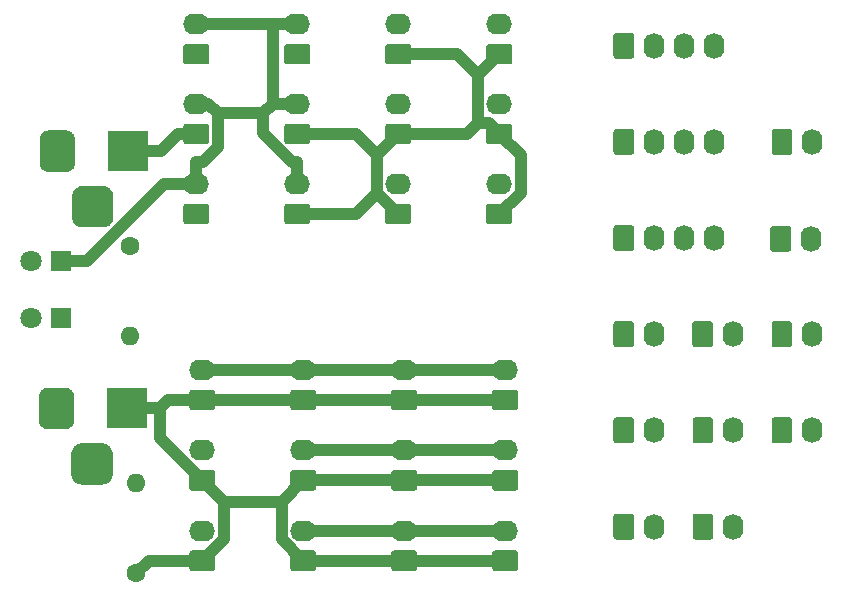
<source format=gbr>
G04 #@! TF.GenerationSoftware,KiCad,Pcbnew,(5.1.5-0-10_14)*
G04 #@! TF.CreationDate,2021-10-24T14:34:02+10:00*
G04 #@! TF.ProjectId,PowerDistribution,506f7765-7244-4697-9374-726962757469,rev?*
G04 #@! TF.SameCoordinates,Original*
G04 #@! TF.FileFunction,Copper,L1,Top*
G04 #@! TF.FilePolarity,Positive*
%FSLAX46Y46*%
G04 Gerber Fmt 4.6, Leading zero omitted, Abs format (unit mm)*
G04 Created by KiCad (PCBNEW (5.1.5-0-10_14)) date 2021-10-24 14:34:02*
%MOMM*%
%LPD*%
G04 APERTURE LIST*
%ADD10C,0.100000*%
%ADD11R,3.500000X3.500000*%
%ADD12O,1.600000X1.600000*%
%ADD13C,1.600000*%
%ADD14C,1.800000*%
%ADD15R,1.800000X1.800000*%
%ADD16O,1.740000X2.200000*%
%ADD17O,2.200000X1.740000*%
%ADD18C,1.000000*%
G04 APERTURE END LIST*
G04 #@! TA.AperFunction,ComponentPad*
D10*
G36*
X109339765Y-94140213D02*
G01*
X109424704Y-94152813D01*
X109507999Y-94173677D01*
X109588848Y-94202605D01*
X109666472Y-94239319D01*
X109740124Y-94283464D01*
X109809094Y-94334616D01*
X109872718Y-94392282D01*
X109930384Y-94455906D01*
X109981536Y-94524876D01*
X110025681Y-94598528D01*
X110062395Y-94676152D01*
X110091323Y-94757001D01*
X110112187Y-94840296D01*
X110124787Y-94925235D01*
X110129000Y-95011000D01*
X110129000Y-96761000D01*
X110124787Y-96846765D01*
X110112187Y-96931704D01*
X110091323Y-97014999D01*
X110062395Y-97095848D01*
X110025681Y-97173472D01*
X109981536Y-97247124D01*
X109930384Y-97316094D01*
X109872718Y-97379718D01*
X109809094Y-97437384D01*
X109740124Y-97488536D01*
X109666472Y-97532681D01*
X109588848Y-97569395D01*
X109507999Y-97598323D01*
X109424704Y-97619187D01*
X109339765Y-97631787D01*
X109254000Y-97636000D01*
X107504000Y-97636000D01*
X107418235Y-97631787D01*
X107333296Y-97619187D01*
X107250001Y-97598323D01*
X107169152Y-97569395D01*
X107091528Y-97532681D01*
X107017876Y-97488536D01*
X106948906Y-97437384D01*
X106885282Y-97379718D01*
X106827616Y-97316094D01*
X106776464Y-97247124D01*
X106732319Y-97173472D01*
X106695605Y-97095848D01*
X106666677Y-97014999D01*
X106645813Y-96931704D01*
X106633213Y-96846765D01*
X106629000Y-96761000D01*
X106629000Y-95011000D01*
X106633213Y-94925235D01*
X106645813Y-94840296D01*
X106666677Y-94757001D01*
X106695605Y-94676152D01*
X106732319Y-94598528D01*
X106776464Y-94524876D01*
X106827616Y-94455906D01*
X106885282Y-94392282D01*
X106948906Y-94334616D01*
X107017876Y-94283464D01*
X107091528Y-94239319D01*
X107169152Y-94202605D01*
X107250001Y-94173677D01*
X107333296Y-94152813D01*
X107418235Y-94140213D01*
X107504000Y-94136000D01*
X109254000Y-94136000D01*
X109339765Y-94140213D01*
G37*
G04 #@! TD.AperFunction*
G04 #@! TA.AperFunction,ComponentPad*
G36*
X106202513Y-89439611D02*
G01*
X106275318Y-89450411D01*
X106346714Y-89468295D01*
X106416013Y-89493090D01*
X106482548Y-89524559D01*
X106545678Y-89562398D01*
X106604795Y-89606242D01*
X106659330Y-89655670D01*
X106708758Y-89710205D01*
X106752602Y-89769322D01*
X106790441Y-89832452D01*
X106821910Y-89898987D01*
X106846705Y-89968286D01*
X106864589Y-90039682D01*
X106875389Y-90112487D01*
X106879000Y-90186000D01*
X106879000Y-92186000D01*
X106875389Y-92259513D01*
X106864589Y-92332318D01*
X106846705Y-92403714D01*
X106821910Y-92473013D01*
X106790441Y-92539548D01*
X106752602Y-92602678D01*
X106708758Y-92661795D01*
X106659330Y-92716330D01*
X106604795Y-92765758D01*
X106545678Y-92809602D01*
X106482548Y-92847441D01*
X106416013Y-92878910D01*
X106346714Y-92903705D01*
X106275318Y-92921589D01*
X106202513Y-92932389D01*
X106129000Y-92936000D01*
X104629000Y-92936000D01*
X104555487Y-92932389D01*
X104482682Y-92921589D01*
X104411286Y-92903705D01*
X104341987Y-92878910D01*
X104275452Y-92847441D01*
X104212322Y-92809602D01*
X104153205Y-92765758D01*
X104098670Y-92716330D01*
X104049242Y-92661795D01*
X104005398Y-92602678D01*
X103967559Y-92539548D01*
X103936090Y-92473013D01*
X103911295Y-92403714D01*
X103893411Y-92332318D01*
X103882611Y-92259513D01*
X103879000Y-92186000D01*
X103879000Y-90186000D01*
X103882611Y-90112487D01*
X103893411Y-90039682D01*
X103911295Y-89968286D01*
X103936090Y-89898987D01*
X103967559Y-89832452D01*
X104005398Y-89769322D01*
X104049242Y-89710205D01*
X104098670Y-89655670D01*
X104153205Y-89606242D01*
X104212322Y-89562398D01*
X104275452Y-89524559D01*
X104341987Y-89493090D01*
X104411286Y-89468295D01*
X104482682Y-89450411D01*
X104555487Y-89439611D01*
X104629000Y-89436000D01*
X106129000Y-89436000D01*
X106202513Y-89439611D01*
G37*
G04 #@! TD.AperFunction*
D11*
X111379000Y-91186000D03*
G04 #@! TA.AperFunction,ComponentPad*
D10*
G36*
X109402765Y-72359713D02*
G01*
X109487704Y-72372313D01*
X109570999Y-72393177D01*
X109651848Y-72422105D01*
X109729472Y-72458819D01*
X109803124Y-72502964D01*
X109872094Y-72554116D01*
X109935718Y-72611782D01*
X109993384Y-72675406D01*
X110044536Y-72744376D01*
X110088681Y-72818028D01*
X110125395Y-72895652D01*
X110154323Y-72976501D01*
X110175187Y-73059796D01*
X110187787Y-73144735D01*
X110192000Y-73230500D01*
X110192000Y-74980500D01*
X110187787Y-75066265D01*
X110175187Y-75151204D01*
X110154323Y-75234499D01*
X110125395Y-75315348D01*
X110088681Y-75392972D01*
X110044536Y-75466624D01*
X109993384Y-75535594D01*
X109935718Y-75599218D01*
X109872094Y-75656884D01*
X109803124Y-75708036D01*
X109729472Y-75752181D01*
X109651848Y-75788895D01*
X109570999Y-75817823D01*
X109487704Y-75838687D01*
X109402765Y-75851287D01*
X109317000Y-75855500D01*
X107567000Y-75855500D01*
X107481235Y-75851287D01*
X107396296Y-75838687D01*
X107313001Y-75817823D01*
X107232152Y-75788895D01*
X107154528Y-75752181D01*
X107080876Y-75708036D01*
X107011906Y-75656884D01*
X106948282Y-75599218D01*
X106890616Y-75535594D01*
X106839464Y-75466624D01*
X106795319Y-75392972D01*
X106758605Y-75315348D01*
X106729677Y-75234499D01*
X106708813Y-75151204D01*
X106696213Y-75066265D01*
X106692000Y-74980500D01*
X106692000Y-73230500D01*
X106696213Y-73144735D01*
X106708813Y-73059796D01*
X106729677Y-72976501D01*
X106758605Y-72895652D01*
X106795319Y-72818028D01*
X106839464Y-72744376D01*
X106890616Y-72675406D01*
X106948282Y-72611782D01*
X107011906Y-72554116D01*
X107080876Y-72502964D01*
X107154528Y-72458819D01*
X107232152Y-72422105D01*
X107313001Y-72393177D01*
X107396296Y-72372313D01*
X107481235Y-72359713D01*
X107567000Y-72355500D01*
X109317000Y-72355500D01*
X109402765Y-72359713D01*
G37*
G04 #@! TD.AperFunction*
G04 #@! TA.AperFunction,ComponentPad*
G36*
X106265513Y-67659111D02*
G01*
X106338318Y-67669911D01*
X106409714Y-67687795D01*
X106479013Y-67712590D01*
X106545548Y-67744059D01*
X106608678Y-67781898D01*
X106667795Y-67825742D01*
X106722330Y-67875170D01*
X106771758Y-67929705D01*
X106815602Y-67988822D01*
X106853441Y-68051952D01*
X106884910Y-68118487D01*
X106909705Y-68187786D01*
X106927589Y-68259182D01*
X106938389Y-68331987D01*
X106942000Y-68405500D01*
X106942000Y-70405500D01*
X106938389Y-70479013D01*
X106927589Y-70551818D01*
X106909705Y-70623214D01*
X106884910Y-70692513D01*
X106853441Y-70759048D01*
X106815602Y-70822178D01*
X106771758Y-70881295D01*
X106722330Y-70935830D01*
X106667795Y-70985258D01*
X106608678Y-71029102D01*
X106545548Y-71066941D01*
X106479013Y-71098410D01*
X106409714Y-71123205D01*
X106338318Y-71141089D01*
X106265513Y-71151889D01*
X106192000Y-71155500D01*
X104692000Y-71155500D01*
X104618487Y-71151889D01*
X104545682Y-71141089D01*
X104474286Y-71123205D01*
X104404987Y-71098410D01*
X104338452Y-71066941D01*
X104275322Y-71029102D01*
X104216205Y-70985258D01*
X104161670Y-70935830D01*
X104112242Y-70881295D01*
X104068398Y-70822178D01*
X104030559Y-70759048D01*
X103999090Y-70692513D01*
X103974295Y-70623214D01*
X103956411Y-70551818D01*
X103945611Y-70479013D01*
X103942000Y-70405500D01*
X103942000Y-68405500D01*
X103945611Y-68331987D01*
X103956411Y-68259182D01*
X103974295Y-68187786D01*
X103999090Y-68118487D01*
X104030559Y-68051952D01*
X104068398Y-67988822D01*
X104112242Y-67929705D01*
X104161670Y-67875170D01*
X104216205Y-67825742D01*
X104275322Y-67781898D01*
X104338452Y-67744059D01*
X104404987Y-67712590D01*
X104474286Y-67687795D01*
X104545682Y-67669911D01*
X104618487Y-67659111D01*
X104692000Y-67655500D01*
X106192000Y-67655500D01*
X106265513Y-67659111D01*
G37*
G04 #@! TD.AperFunction*
D11*
X111442000Y-69405500D03*
D12*
X112141000Y-97536000D03*
D13*
X112141000Y-105156000D03*
D12*
X111570000Y-85090000D03*
D13*
X111570000Y-77470000D03*
D14*
X103188000Y-83502500D03*
D15*
X105728000Y-83502500D03*
D14*
X103188000Y-78676500D03*
D15*
X105728000Y-78676500D03*
D16*
X162634000Y-101200000D03*
G04 #@! TA.AperFunction,ComponentPad*
D10*
G36*
X160738505Y-100101204D02*
G01*
X160762773Y-100104804D01*
X160786572Y-100110765D01*
X160809671Y-100119030D01*
X160831850Y-100129520D01*
X160852893Y-100142132D01*
X160872599Y-100156747D01*
X160890777Y-100173223D01*
X160907253Y-100191401D01*
X160921868Y-100211107D01*
X160934480Y-100232150D01*
X160944970Y-100254329D01*
X160953235Y-100277428D01*
X160959196Y-100301227D01*
X160962796Y-100325495D01*
X160964000Y-100349999D01*
X160964000Y-102050001D01*
X160962796Y-102074505D01*
X160959196Y-102098773D01*
X160953235Y-102122572D01*
X160944970Y-102145671D01*
X160934480Y-102167850D01*
X160921868Y-102188893D01*
X160907253Y-102208599D01*
X160890777Y-102226777D01*
X160872599Y-102243253D01*
X160852893Y-102257868D01*
X160831850Y-102270480D01*
X160809671Y-102280970D01*
X160786572Y-102289235D01*
X160762773Y-102295196D01*
X160738505Y-102298796D01*
X160714001Y-102300000D01*
X159473999Y-102300000D01*
X159449495Y-102298796D01*
X159425227Y-102295196D01*
X159401428Y-102289235D01*
X159378329Y-102280970D01*
X159356150Y-102270480D01*
X159335107Y-102257868D01*
X159315401Y-102243253D01*
X159297223Y-102226777D01*
X159280747Y-102208599D01*
X159266132Y-102188893D01*
X159253520Y-102167850D01*
X159243030Y-102145671D01*
X159234765Y-102122572D01*
X159228804Y-102098773D01*
X159225204Y-102074505D01*
X159224000Y-102050001D01*
X159224000Y-100349999D01*
X159225204Y-100325495D01*
X159228804Y-100301227D01*
X159234765Y-100277428D01*
X159243030Y-100254329D01*
X159253520Y-100232150D01*
X159266132Y-100211107D01*
X159280747Y-100191401D01*
X159297223Y-100173223D01*
X159315401Y-100156747D01*
X159335107Y-100142132D01*
X159356150Y-100129520D01*
X159378329Y-100119030D01*
X159401428Y-100110765D01*
X159425227Y-100104804D01*
X159449495Y-100101204D01*
X159473999Y-100100000D01*
X160714001Y-100100000D01*
X160738505Y-100101204D01*
G37*
G04 #@! TD.AperFunction*
D17*
X143363000Y-87931000D03*
G04 #@! TA.AperFunction,ComponentPad*
D10*
G36*
X144237505Y-89602204D02*
G01*
X144261773Y-89605804D01*
X144285572Y-89611765D01*
X144308671Y-89620030D01*
X144330850Y-89630520D01*
X144351893Y-89643132D01*
X144371599Y-89657747D01*
X144389777Y-89674223D01*
X144406253Y-89692401D01*
X144420868Y-89712107D01*
X144433480Y-89733150D01*
X144443970Y-89755329D01*
X144452235Y-89778428D01*
X144458196Y-89802227D01*
X144461796Y-89826495D01*
X144463000Y-89850999D01*
X144463000Y-91091001D01*
X144461796Y-91115505D01*
X144458196Y-91139773D01*
X144452235Y-91163572D01*
X144443970Y-91186671D01*
X144433480Y-91208850D01*
X144420868Y-91229893D01*
X144406253Y-91249599D01*
X144389777Y-91267777D01*
X144371599Y-91284253D01*
X144351893Y-91298868D01*
X144330850Y-91311480D01*
X144308671Y-91321970D01*
X144285572Y-91330235D01*
X144261773Y-91336196D01*
X144237505Y-91339796D01*
X144213001Y-91341000D01*
X142512999Y-91341000D01*
X142488495Y-91339796D01*
X142464227Y-91336196D01*
X142440428Y-91330235D01*
X142417329Y-91321970D01*
X142395150Y-91311480D01*
X142374107Y-91298868D01*
X142354401Y-91284253D01*
X142336223Y-91267777D01*
X142319747Y-91249599D01*
X142305132Y-91229893D01*
X142292520Y-91208850D01*
X142282030Y-91186671D01*
X142273765Y-91163572D01*
X142267804Y-91139773D01*
X142264204Y-91115505D01*
X142263000Y-91091001D01*
X142263000Y-89850999D01*
X142264204Y-89826495D01*
X142267804Y-89802227D01*
X142273765Y-89778428D01*
X142282030Y-89755329D01*
X142292520Y-89733150D01*
X142305132Y-89712107D01*
X142319747Y-89692401D01*
X142336223Y-89674223D01*
X142354401Y-89657747D01*
X142374107Y-89643132D01*
X142395150Y-89630520D01*
X142417329Y-89620030D01*
X142440428Y-89611765D01*
X142464227Y-89605804D01*
X142488495Y-89602204D01*
X142512999Y-89601000D01*
X144213001Y-89601000D01*
X144237505Y-89602204D01*
G37*
G04 #@! TD.AperFunction*
D17*
X142855000Y-72183000D03*
G04 #@! TA.AperFunction,ComponentPad*
D10*
G36*
X143729505Y-73854204D02*
G01*
X143753773Y-73857804D01*
X143777572Y-73863765D01*
X143800671Y-73872030D01*
X143822850Y-73882520D01*
X143843893Y-73895132D01*
X143863599Y-73909747D01*
X143881777Y-73926223D01*
X143898253Y-73944401D01*
X143912868Y-73964107D01*
X143925480Y-73985150D01*
X143935970Y-74007329D01*
X143944235Y-74030428D01*
X143950196Y-74054227D01*
X143953796Y-74078495D01*
X143955000Y-74102999D01*
X143955000Y-75343001D01*
X143953796Y-75367505D01*
X143950196Y-75391773D01*
X143944235Y-75415572D01*
X143935970Y-75438671D01*
X143925480Y-75460850D01*
X143912868Y-75481893D01*
X143898253Y-75501599D01*
X143881777Y-75519777D01*
X143863599Y-75536253D01*
X143843893Y-75550868D01*
X143822850Y-75563480D01*
X143800671Y-75573970D01*
X143777572Y-75582235D01*
X143753773Y-75588196D01*
X143729505Y-75591796D01*
X143705001Y-75593000D01*
X142004999Y-75593000D01*
X141980495Y-75591796D01*
X141956227Y-75588196D01*
X141932428Y-75582235D01*
X141909329Y-75573970D01*
X141887150Y-75563480D01*
X141866107Y-75550868D01*
X141846401Y-75536253D01*
X141828223Y-75519777D01*
X141811747Y-75501599D01*
X141797132Y-75481893D01*
X141784520Y-75460850D01*
X141774030Y-75438671D01*
X141765765Y-75415572D01*
X141759804Y-75391773D01*
X141756204Y-75367505D01*
X141755000Y-75343001D01*
X141755000Y-74102999D01*
X141756204Y-74078495D01*
X141759804Y-74054227D01*
X141765765Y-74030428D01*
X141774030Y-74007329D01*
X141784520Y-73985150D01*
X141797132Y-73964107D01*
X141811747Y-73944401D01*
X141828223Y-73926223D01*
X141846401Y-73909747D01*
X141866107Y-73895132D01*
X141887150Y-73882520D01*
X141909329Y-73872030D01*
X141932428Y-73863765D01*
X141956227Y-73857804D01*
X141980495Y-73854204D01*
X142004999Y-73853000D01*
X143705001Y-73853000D01*
X143729505Y-73854204D01*
G37*
G04 #@! TD.AperFunction*
D16*
X155940000Y-101200000D03*
G04 #@! TA.AperFunction,ComponentPad*
D10*
G36*
X154044505Y-100101204D02*
G01*
X154068773Y-100104804D01*
X154092572Y-100110765D01*
X154115671Y-100119030D01*
X154137850Y-100129520D01*
X154158893Y-100142132D01*
X154178599Y-100156747D01*
X154196777Y-100173223D01*
X154213253Y-100191401D01*
X154227868Y-100211107D01*
X154240480Y-100232150D01*
X154250970Y-100254329D01*
X154259235Y-100277428D01*
X154265196Y-100301227D01*
X154268796Y-100325495D01*
X154270000Y-100349999D01*
X154270000Y-102050001D01*
X154268796Y-102074505D01*
X154265196Y-102098773D01*
X154259235Y-102122572D01*
X154250970Y-102145671D01*
X154240480Y-102167850D01*
X154227868Y-102188893D01*
X154213253Y-102208599D01*
X154196777Y-102226777D01*
X154178599Y-102243253D01*
X154158893Y-102257868D01*
X154137850Y-102270480D01*
X154115671Y-102280970D01*
X154092572Y-102289235D01*
X154068773Y-102295196D01*
X154044505Y-102298796D01*
X154020001Y-102300000D01*
X152779999Y-102300000D01*
X152755495Y-102298796D01*
X152731227Y-102295196D01*
X152707428Y-102289235D01*
X152684329Y-102280970D01*
X152662150Y-102270480D01*
X152641107Y-102257868D01*
X152621401Y-102243253D01*
X152603223Y-102226777D01*
X152586747Y-102208599D01*
X152572132Y-102188893D01*
X152559520Y-102167850D01*
X152549030Y-102145671D01*
X152540765Y-102122572D01*
X152534804Y-102098773D01*
X152531204Y-102074505D01*
X152530000Y-102050001D01*
X152530000Y-100349999D01*
X152531204Y-100325495D01*
X152534804Y-100301227D01*
X152540765Y-100277428D01*
X152549030Y-100254329D01*
X152559520Y-100232150D01*
X152572132Y-100211107D01*
X152586747Y-100191401D01*
X152603223Y-100173223D01*
X152621401Y-100156747D01*
X152641107Y-100142132D01*
X152662150Y-100129520D01*
X152684329Y-100119030D01*
X152707428Y-100110765D01*
X152731227Y-100104804D01*
X152755495Y-100101204D01*
X152779999Y-100100000D01*
X154020001Y-100100000D01*
X154044505Y-100101204D01*
G37*
G04 #@! TD.AperFunction*
D17*
X143363000Y-94741000D03*
G04 #@! TA.AperFunction,ComponentPad*
D10*
G36*
X144237505Y-96412204D02*
G01*
X144261773Y-96415804D01*
X144285572Y-96421765D01*
X144308671Y-96430030D01*
X144330850Y-96440520D01*
X144351893Y-96453132D01*
X144371599Y-96467747D01*
X144389777Y-96484223D01*
X144406253Y-96502401D01*
X144420868Y-96522107D01*
X144433480Y-96543150D01*
X144443970Y-96565329D01*
X144452235Y-96588428D01*
X144458196Y-96612227D01*
X144461796Y-96636495D01*
X144463000Y-96660999D01*
X144463000Y-97901001D01*
X144461796Y-97925505D01*
X144458196Y-97949773D01*
X144452235Y-97973572D01*
X144443970Y-97996671D01*
X144433480Y-98018850D01*
X144420868Y-98039893D01*
X144406253Y-98059599D01*
X144389777Y-98077777D01*
X144371599Y-98094253D01*
X144351893Y-98108868D01*
X144330850Y-98121480D01*
X144308671Y-98131970D01*
X144285572Y-98140235D01*
X144261773Y-98146196D01*
X144237505Y-98149796D01*
X144213001Y-98151000D01*
X142512999Y-98151000D01*
X142488495Y-98149796D01*
X142464227Y-98146196D01*
X142440428Y-98140235D01*
X142417329Y-98131970D01*
X142395150Y-98121480D01*
X142374107Y-98108868D01*
X142354401Y-98094253D01*
X142336223Y-98077777D01*
X142319747Y-98059599D01*
X142305132Y-98039893D01*
X142292520Y-98018850D01*
X142282030Y-97996671D01*
X142273765Y-97973572D01*
X142267804Y-97949773D01*
X142264204Y-97925505D01*
X142263000Y-97901001D01*
X142263000Y-96660999D01*
X142264204Y-96636495D01*
X142267804Y-96612227D01*
X142273765Y-96588428D01*
X142282030Y-96565329D01*
X142292520Y-96543150D01*
X142305132Y-96522107D01*
X142319747Y-96502401D01*
X142336223Y-96484223D01*
X142354401Y-96467747D01*
X142374107Y-96453132D01*
X142395150Y-96440520D01*
X142417329Y-96430030D01*
X142440428Y-96421765D01*
X142464227Y-96415804D01*
X142488495Y-96412204D01*
X142512999Y-96411000D01*
X144213001Y-96411000D01*
X144237505Y-96412204D01*
G37*
G04 #@! TD.AperFunction*
D17*
X142855000Y-65423000D03*
G04 #@! TA.AperFunction,ComponentPad*
D10*
G36*
X143729505Y-67094204D02*
G01*
X143753773Y-67097804D01*
X143777572Y-67103765D01*
X143800671Y-67112030D01*
X143822850Y-67122520D01*
X143843893Y-67135132D01*
X143863599Y-67149747D01*
X143881777Y-67166223D01*
X143898253Y-67184401D01*
X143912868Y-67204107D01*
X143925480Y-67225150D01*
X143935970Y-67247329D01*
X143944235Y-67270428D01*
X143950196Y-67294227D01*
X143953796Y-67318495D01*
X143955000Y-67342999D01*
X143955000Y-68583001D01*
X143953796Y-68607505D01*
X143950196Y-68631773D01*
X143944235Y-68655572D01*
X143935970Y-68678671D01*
X143925480Y-68700850D01*
X143912868Y-68721893D01*
X143898253Y-68741599D01*
X143881777Y-68759777D01*
X143863599Y-68776253D01*
X143843893Y-68790868D01*
X143822850Y-68803480D01*
X143800671Y-68813970D01*
X143777572Y-68822235D01*
X143753773Y-68828196D01*
X143729505Y-68831796D01*
X143705001Y-68833000D01*
X142004999Y-68833000D01*
X141980495Y-68831796D01*
X141956227Y-68828196D01*
X141932428Y-68822235D01*
X141909329Y-68813970D01*
X141887150Y-68803480D01*
X141866107Y-68790868D01*
X141846401Y-68776253D01*
X141828223Y-68759777D01*
X141811747Y-68741599D01*
X141797132Y-68721893D01*
X141784520Y-68700850D01*
X141774030Y-68678671D01*
X141765765Y-68655572D01*
X141759804Y-68631773D01*
X141756204Y-68607505D01*
X141755000Y-68583001D01*
X141755000Y-67342999D01*
X141756204Y-67318495D01*
X141759804Y-67294227D01*
X141765765Y-67270428D01*
X141774030Y-67247329D01*
X141784520Y-67225150D01*
X141797132Y-67204107D01*
X141811747Y-67184401D01*
X141828223Y-67166223D01*
X141846401Y-67149747D01*
X141866107Y-67135132D01*
X141887150Y-67122520D01*
X141909329Y-67112030D01*
X141932428Y-67103765D01*
X141956227Y-67097804D01*
X141980495Y-67094204D01*
X142004999Y-67093000D01*
X143705001Y-67093000D01*
X143729505Y-67094204D01*
G37*
G04 #@! TD.AperFunction*
D16*
X155940000Y-93056000D03*
G04 #@! TA.AperFunction,ComponentPad*
D10*
G36*
X154044505Y-91957204D02*
G01*
X154068773Y-91960804D01*
X154092572Y-91966765D01*
X154115671Y-91975030D01*
X154137850Y-91985520D01*
X154158893Y-91998132D01*
X154178599Y-92012747D01*
X154196777Y-92029223D01*
X154213253Y-92047401D01*
X154227868Y-92067107D01*
X154240480Y-92088150D01*
X154250970Y-92110329D01*
X154259235Y-92133428D01*
X154265196Y-92157227D01*
X154268796Y-92181495D01*
X154270000Y-92205999D01*
X154270000Y-93906001D01*
X154268796Y-93930505D01*
X154265196Y-93954773D01*
X154259235Y-93978572D01*
X154250970Y-94001671D01*
X154240480Y-94023850D01*
X154227868Y-94044893D01*
X154213253Y-94064599D01*
X154196777Y-94082777D01*
X154178599Y-94099253D01*
X154158893Y-94113868D01*
X154137850Y-94126480D01*
X154115671Y-94136970D01*
X154092572Y-94145235D01*
X154068773Y-94151196D01*
X154044505Y-94154796D01*
X154020001Y-94156000D01*
X152779999Y-94156000D01*
X152755495Y-94154796D01*
X152731227Y-94151196D01*
X152707428Y-94145235D01*
X152684329Y-94136970D01*
X152662150Y-94126480D01*
X152641107Y-94113868D01*
X152621401Y-94099253D01*
X152603223Y-94082777D01*
X152586747Y-94064599D01*
X152572132Y-94044893D01*
X152559520Y-94023850D01*
X152549030Y-94001671D01*
X152540765Y-93978572D01*
X152534804Y-93954773D01*
X152531204Y-93930505D01*
X152530000Y-93906001D01*
X152530000Y-92205999D01*
X152531204Y-92181495D01*
X152534804Y-92157227D01*
X152540765Y-92133428D01*
X152549030Y-92110329D01*
X152559520Y-92088150D01*
X152572132Y-92067107D01*
X152586747Y-92047401D01*
X152603223Y-92029223D01*
X152621401Y-92012747D01*
X152641107Y-91998132D01*
X152662150Y-91985520D01*
X152684329Y-91975030D01*
X152707428Y-91966765D01*
X152731227Y-91960804D01*
X152755495Y-91957204D01*
X152779999Y-91956000D01*
X154020001Y-91956000D01*
X154044505Y-91957204D01*
G37*
G04 #@! TD.AperFunction*
D17*
X143363000Y-101551000D03*
G04 #@! TA.AperFunction,ComponentPad*
D10*
G36*
X144237505Y-103222204D02*
G01*
X144261773Y-103225804D01*
X144285572Y-103231765D01*
X144308671Y-103240030D01*
X144330850Y-103250520D01*
X144351893Y-103263132D01*
X144371599Y-103277747D01*
X144389777Y-103294223D01*
X144406253Y-103312401D01*
X144420868Y-103332107D01*
X144433480Y-103353150D01*
X144443970Y-103375329D01*
X144452235Y-103398428D01*
X144458196Y-103422227D01*
X144461796Y-103446495D01*
X144463000Y-103470999D01*
X144463000Y-104711001D01*
X144461796Y-104735505D01*
X144458196Y-104759773D01*
X144452235Y-104783572D01*
X144443970Y-104806671D01*
X144433480Y-104828850D01*
X144420868Y-104849893D01*
X144406253Y-104869599D01*
X144389777Y-104887777D01*
X144371599Y-104904253D01*
X144351893Y-104918868D01*
X144330850Y-104931480D01*
X144308671Y-104941970D01*
X144285572Y-104950235D01*
X144261773Y-104956196D01*
X144237505Y-104959796D01*
X144213001Y-104961000D01*
X142512999Y-104961000D01*
X142488495Y-104959796D01*
X142464227Y-104956196D01*
X142440428Y-104950235D01*
X142417329Y-104941970D01*
X142395150Y-104931480D01*
X142374107Y-104918868D01*
X142354401Y-104904253D01*
X142336223Y-104887777D01*
X142319747Y-104869599D01*
X142305132Y-104849893D01*
X142292520Y-104828850D01*
X142282030Y-104806671D01*
X142273765Y-104783572D01*
X142267804Y-104759773D01*
X142264204Y-104735505D01*
X142263000Y-104711001D01*
X142263000Y-103470999D01*
X142264204Y-103446495D01*
X142267804Y-103422227D01*
X142273765Y-103398428D01*
X142282030Y-103375329D01*
X142292520Y-103353150D01*
X142305132Y-103332107D01*
X142319747Y-103312401D01*
X142336223Y-103294223D01*
X142354401Y-103277747D01*
X142374107Y-103263132D01*
X142395150Y-103250520D01*
X142417329Y-103240030D01*
X142440428Y-103231765D01*
X142464227Y-103225804D01*
X142488495Y-103222204D01*
X142512999Y-103221000D01*
X144213001Y-103221000D01*
X144237505Y-103222204D01*
G37*
G04 #@! TD.AperFunction*
D17*
X134308000Y-72183000D03*
G04 #@! TA.AperFunction,ComponentPad*
D10*
G36*
X135182505Y-73854204D02*
G01*
X135206773Y-73857804D01*
X135230572Y-73863765D01*
X135253671Y-73872030D01*
X135275850Y-73882520D01*
X135296893Y-73895132D01*
X135316599Y-73909747D01*
X135334777Y-73926223D01*
X135351253Y-73944401D01*
X135365868Y-73964107D01*
X135378480Y-73985150D01*
X135388970Y-74007329D01*
X135397235Y-74030428D01*
X135403196Y-74054227D01*
X135406796Y-74078495D01*
X135408000Y-74102999D01*
X135408000Y-75343001D01*
X135406796Y-75367505D01*
X135403196Y-75391773D01*
X135397235Y-75415572D01*
X135388970Y-75438671D01*
X135378480Y-75460850D01*
X135365868Y-75481893D01*
X135351253Y-75501599D01*
X135334777Y-75519777D01*
X135316599Y-75536253D01*
X135296893Y-75550868D01*
X135275850Y-75563480D01*
X135253671Y-75573970D01*
X135230572Y-75582235D01*
X135206773Y-75588196D01*
X135182505Y-75591796D01*
X135158001Y-75593000D01*
X133457999Y-75593000D01*
X133433495Y-75591796D01*
X133409227Y-75588196D01*
X133385428Y-75582235D01*
X133362329Y-75573970D01*
X133340150Y-75563480D01*
X133319107Y-75550868D01*
X133299401Y-75536253D01*
X133281223Y-75519777D01*
X133264747Y-75501599D01*
X133250132Y-75481893D01*
X133237520Y-75460850D01*
X133227030Y-75438671D01*
X133218765Y-75415572D01*
X133212804Y-75391773D01*
X133209204Y-75367505D01*
X133208000Y-75343001D01*
X133208000Y-74102999D01*
X133209204Y-74078495D01*
X133212804Y-74054227D01*
X133218765Y-74030428D01*
X133227030Y-74007329D01*
X133237520Y-73985150D01*
X133250132Y-73964107D01*
X133264747Y-73944401D01*
X133281223Y-73926223D01*
X133299401Y-73909747D01*
X133319107Y-73895132D01*
X133340150Y-73882520D01*
X133362329Y-73872030D01*
X133385428Y-73863765D01*
X133409227Y-73857804D01*
X133433495Y-73854204D01*
X133457999Y-73853000D01*
X135158001Y-73853000D01*
X135182505Y-73854204D01*
G37*
G04 #@! TD.AperFunction*
D16*
X162634000Y-93056000D03*
G04 #@! TA.AperFunction,ComponentPad*
D10*
G36*
X160738505Y-91957204D02*
G01*
X160762773Y-91960804D01*
X160786572Y-91966765D01*
X160809671Y-91975030D01*
X160831850Y-91985520D01*
X160852893Y-91998132D01*
X160872599Y-92012747D01*
X160890777Y-92029223D01*
X160907253Y-92047401D01*
X160921868Y-92067107D01*
X160934480Y-92088150D01*
X160944970Y-92110329D01*
X160953235Y-92133428D01*
X160959196Y-92157227D01*
X160962796Y-92181495D01*
X160964000Y-92205999D01*
X160964000Y-93906001D01*
X160962796Y-93930505D01*
X160959196Y-93954773D01*
X160953235Y-93978572D01*
X160944970Y-94001671D01*
X160934480Y-94023850D01*
X160921868Y-94044893D01*
X160907253Y-94064599D01*
X160890777Y-94082777D01*
X160872599Y-94099253D01*
X160852893Y-94113868D01*
X160831850Y-94126480D01*
X160809671Y-94136970D01*
X160786572Y-94145235D01*
X160762773Y-94151196D01*
X160738505Y-94154796D01*
X160714001Y-94156000D01*
X159473999Y-94156000D01*
X159449495Y-94154796D01*
X159425227Y-94151196D01*
X159401428Y-94145235D01*
X159378329Y-94136970D01*
X159356150Y-94126480D01*
X159335107Y-94113868D01*
X159315401Y-94099253D01*
X159297223Y-94082777D01*
X159280747Y-94064599D01*
X159266132Y-94044893D01*
X159253520Y-94023850D01*
X159243030Y-94001671D01*
X159234765Y-93978572D01*
X159228804Y-93954773D01*
X159225204Y-93930505D01*
X159224000Y-93906001D01*
X159224000Y-92205999D01*
X159225204Y-92181495D01*
X159228804Y-92157227D01*
X159234765Y-92133428D01*
X159243030Y-92110329D01*
X159253520Y-92088150D01*
X159266132Y-92067107D01*
X159280747Y-92047401D01*
X159297223Y-92029223D01*
X159315401Y-92012747D01*
X159335107Y-91998132D01*
X159356150Y-91985520D01*
X159378329Y-91975030D01*
X159401428Y-91966765D01*
X159425227Y-91960804D01*
X159449495Y-91957204D01*
X159473999Y-91956000D01*
X160714001Y-91956000D01*
X160738505Y-91957204D01*
G37*
G04 #@! TD.AperFunction*
D17*
X134816000Y-101551000D03*
G04 #@! TA.AperFunction,ComponentPad*
D10*
G36*
X135690505Y-103222204D02*
G01*
X135714773Y-103225804D01*
X135738572Y-103231765D01*
X135761671Y-103240030D01*
X135783850Y-103250520D01*
X135804893Y-103263132D01*
X135824599Y-103277747D01*
X135842777Y-103294223D01*
X135859253Y-103312401D01*
X135873868Y-103332107D01*
X135886480Y-103353150D01*
X135896970Y-103375329D01*
X135905235Y-103398428D01*
X135911196Y-103422227D01*
X135914796Y-103446495D01*
X135916000Y-103470999D01*
X135916000Y-104711001D01*
X135914796Y-104735505D01*
X135911196Y-104759773D01*
X135905235Y-104783572D01*
X135896970Y-104806671D01*
X135886480Y-104828850D01*
X135873868Y-104849893D01*
X135859253Y-104869599D01*
X135842777Y-104887777D01*
X135824599Y-104904253D01*
X135804893Y-104918868D01*
X135783850Y-104931480D01*
X135761671Y-104941970D01*
X135738572Y-104950235D01*
X135714773Y-104956196D01*
X135690505Y-104959796D01*
X135666001Y-104961000D01*
X133965999Y-104961000D01*
X133941495Y-104959796D01*
X133917227Y-104956196D01*
X133893428Y-104950235D01*
X133870329Y-104941970D01*
X133848150Y-104931480D01*
X133827107Y-104918868D01*
X133807401Y-104904253D01*
X133789223Y-104887777D01*
X133772747Y-104869599D01*
X133758132Y-104849893D01*
X133745520Y-104828850D01*
X133735030Y-104806671D01*
X133726765Y-104783572D01*
X133720804Y-104759773D01*
X133717204Y-104735505D01*
X133716000Y-104711001D01*
X133716000Y-103470999D01*
X133717204Y-103446495D01*
X133720804Y-103422227D01*
X133726765Y-103398428D01*
X133735030Y-103375329D01*
X133745520Y-103353150D01*
X133758132Y-103332107D01*
X133772747Y-103312401D01*
X133789223Y-103294223D01*
X133807401Y-103277747D01*
X133827107Y-103263132D01*
X133848150Y-103250520D01*
X133870329Y-103240030D01*
X133893428Y-103231765D01*
X133917227Y-103225804D01*
X133941495Y-103222204D01*
X133965999Y-103221000D01*
X135666001Y-103221000D01*
X135690505Y-103222204D01*
G37*
G04 #@! TD.AperFunction*
D17*
X142855000Y-58663000D03*
G04 #@! TA.AperFunction,ComponentPad*
D10*
G36*
X143729505Y-60334204D02*
G01*
X143753773Y-60337804D01*
X143777572Y-60343765D01*
X143800671Y-60352030D01*
X143822850Y-60362520D01*
X143843893Y-60375132D01*
X143863599Y-60389747D01*
X143881777Y-60406223D01*
X143898253Y-60424401D01*
X143912868Y-60444107D01*
X143925480Y-60465150D01*
X143935970Y-60487329D01*
X143944235Y-60510428D01*
X143950196Y-60534227D01*
X143953796Y-60558495D01*
X143955000Y-60582999D01*
X143955000Y-61823001D01*
X143953796Y-61847505D01*
X143950196Y-61871773D01*
X143944235Y-61895572D01*
X143935970Y-61918671D01*
X143925480Y-61940850D01*
X143912868Y-61961893D01*
X143898253Y-61981599D01*
X143881777Y-61999777D01*
X143863599Y-62016253D01*
X143843893Y-62030868D01*
X143822850Y-62043480D01*
X143800671Y-62053970D01*
X143777572Y-62062235D01*
X143753773Y-62068196D01*
X143729505Y-62071796D01*
X143705001Y-62073000D01*
X142004999Y-62073000D01*
X141980495Y-62071796D01*
X141956227Y-62068196D01*
X141932428Y-62062235D01*
X141909329Y-62053970D01*
X141887150Y-62043480D01*
X141866107Y-62030868D01*
X141846401Y-62016253D01*
X141828223Y-61999777D01*
X141811747Y-61981599D01*
X141797132Y-61961893D01*
X141784520Y-61940850D01*
X141774030Y-61918671D01*
X141765765Y-61895572D01*
X141759804Y-61871773D01*
X141756204Y-61847505D01*
X141755000Y-61823001D01*
X141755000Y-60582999D01*
X141756204Y-60558495D01*
X141759804Y-60534227D01*
X141765765Y-60510428D01*
X141774030Y-60487329D01*
X141784520Y-60465150D01*
X141797132Y-60444107D01*
X141811747Y-60424401D01*
X141828223Y-60406223D01*
X141846401Y-60389747D01*
X141866107Y-60375132D01*
X141887150Y-60362520D01*
X141909329Y-60352030D01*
X141932428Y-60343765D01*
X141956227Y-60337804D01*
X141980495Y-60334204D01*
X142004999Y-60333000D01*
X143705001Y-60333000D01*
X143729505Y-60334204D01*
G37*
G04 #@! TD.AperFunction*
D16*
X169328000Y-93056000D03*
G04 #@! TA.AperFunction,ComponentPad*
D10*
G36*
X167432505Y-91957204D02*
G01*
X167456773Y-91960804D01*
X167480572Y-91966765D01*
X167503671Y-91975030D01*
X167525850Y-91985520D01*
X167546893Y-91998132D01*
X167566599Y-92012747D01*
X167584777Y-92029223D01*
X167601253Y-92047401D01*
X167615868Y-92067107D01*
X167628480Y-92088150D01*
X167638970Y-92110329D01*
X167647235Y-92133428D01*
X167653196Y-92157227D01*
X167656796Y-92181495D01*
X167658000Y-92205999D01*
X167658000Y-93906001D01*
X167656796Y-93930505D01*
X167653196Y-93954773D01*
X167647235Y-93978572D01*
X167638970Y-94001671D01*
X167628480Y-94023850D01*
X167615868Y-94044893D01*
X167601253Y-94064599D01*
X167584777Y-94082777D01*
X167566599Y-94099253D01*
X167546893Y-94113868D01*
X167525850Y-94126480D01*
X167503671Y-94136970D01*
X167480572Y-94145235D01*
X167456773Y-94151196D01*
X167432505Y-94154796D01*
X167408001Y-94156000D01*
X166167999Y-94156000D01*
X166143495Y-94154796D01*
X166119227Y-94151196D01*
X166095428Y-94145235D01*
X166072329Y-94136970D01*
X166050150Y-94126480D01*
X166029107Y-94113868D01*
X166009401Y-94099253D01*
X165991223Y-94082777D01*
X165974747Y-94064599D01*
X165960132Y-94044893D01*
X165947520Y-94023850D01*
X165937030Y-94001671D01*
X165928765Y-93978572D01*
X165922804Y-93954773D01*
X165919204Y-93930505D01*
X165918000Y-93906001D01*
X165918000Y-92205999D01*
X165919204Y-92181495D01*
X165922804Y-92157227D01*
X165928765Y-92133428D01*
X165937030Y-92110329D01*
X165947520Y-92088150D01*
X165960132Y-92067107D01*
X165974747Y-92047401D01*
X165991223Y-92029223D01*
X166009401Y-92012747D01*
X166029107Y-91998132D01*
X166050150Y-91985520D01*
X166072329Y-91975030D01*
X166095428Y-91966765D01*
X166119227Y-91960804D01*
X166143495Y-91957204D01*
X166167999Y-91956000D01*
X167408001Y-91956000D01*
X167432505Y-91957204D01*
G37*
G04 #@! TD.AperFunction*
D17*
X134816000Y-87931000D03*
G04 #@! TA.AperFunction,ComponentPad*
D10*
G36*
X135690505Y-89602204D02*
G01*
X135714773Y-89605804D01*
X135738572Y-89611765D01*
X135761671Y-89620030D01*
X135783850Y-89630520D01*
X135804893Y-89643132D01*
X135824599Y-89657747D01*
X135842777Y-89674223D01*
X135859253Y-89692401D01*
X135873868Y-89712107D01*
X135886480Y-89733150D01*
X135896970Y-89755329D01*
X135905235Y-89778428D01*
X135911196Y-89802227D01*
X135914796Y-89826495D01*
X135916000Y-89850999D01*
X135916000Y-91091001D01*
X135914796Y-91115505D01*
X135911196Y-91139773D01*
X135905235Y-91163572D01*
X135896970Y-91186671D01*
X135886480Y-91208850D01*
X135873868Y-91229893D01*
X135859253Y-91249599D01*
X135842777Y-91267777D01*
X135824599Y-91284253D01*
X135804893Y-91298868D01*
X135783850Y-91311480D01*
X135761671Y-91321970D01*
X135738572Y-91330235D01*
X135714773Y-91336196D01*
X135690505Y-91339796D01*
X135666001Y-91341000D01*
X133965999Y-91341000D01*
X133941495Y-91339796D01*
X133917227Y-91336196D01*
X133893428Y-91330235D01*
X133870329Y-91321970D01*
X133848150Y-91311480D01*
X133827107Y-91298868D01*
X133807401Y-91284253D01*
X133789223Y-91267777D01*
X133772747Y-91249599D01*
X133758132Y-91229893D01*
X133745520Y-91208850D01*
X133735030Y-91186671D01*
X133726765Y-91163572D01*
X133720804Y-91139773D01*
X133717204Y-91115505D01*
X133716000Y-91091001D01*
X133716000Y-89850999D01*
X133717204Y-89826495D01*
X133720804Y-89802227D01*
X133726765Y-89778428D01*
X133735030Y-89755329D01*
X133745520Y-89733150D01*
X133758132Y-89712107D01*
X133772747Y-89692401D01*
X133789223Y-89674223D01*
X133807401Y-89657747D01*
X133827107Y-89643132D01*
X133848150Y-89630520D01*
X133870329Y-89620030D01*
X133893428Y-89611765D01*
X133917227Y-89605804D01*
X133941495Y-89602204D01*
X133965999Y-89601000D01*
X135666001Y-89601000D01*
X135690505Y-89602204D01*
G37*
G04 #@! TD.AperFunction*
D17*
X134308000Y-65423000D03*
G04 #@! TA.AperFunction,ComponentPad*
D10*
G36*
X135182505Y-67094204D02*
G01*
X135206773Y-67097804D01*
X135230572Y-67103765D01*
X135253671Y-67112030D01*
X135275850Y-67122520D01*
X135296893Y-67135132D01*
X135316599Y-67149747D01*
X135334777Y-67166223D01*
X135351253Y-67184401D01*
X135365868Y-67204107D01*
X135378480Y-67225150D01*
X135388970Y-67247329D01*
X135397235Y-67270428D01*
X135403196Y-67294227D01*
X135406796Y-67318495D01*
X135408000Y-67342999D01*
X135408000Y-68583001D01*
X135406796Y-68607505D01*
X135403196Y-68631773D01*
X135397235Y-68655572D01*
X135388970Y-68678671D01*
X135378480Y-68700850D01*
X135365868Y-68721893D01*
X135351253Y-68741599D01*
X135334777Y-68759777D01*
X135316599Y-68776253D01*
X135296893Y-68790868D01*
X135275850Y-68803480D01*
X135253671Y-68813970D01*
X135230572Y-68822235D01*
X135206773Y-68828196D01*
X135182505Y-68831796D01*
X135158001Y-68833000D01*
X133457999Y-68833000D01*
X133433495Y-68831796D01*
X133409227Y-68828196D01*
X133385428Y-68822235D01*
X133362329Y-68813970D01*
X133340150Y-68803480D01*
X133319107Y-68790868D01*
X133299401Y-68776253D01*
X133281223Y-68759777D01*
X133264747Y-68741599D01*
X133250132Y-68721893D01*
X133237520Y-68700850D01*
X133227030Y-68678671D01*
X133218765Y-68655572D01*
X133212804Y-68631773D01*
X133209204Y-68607505D01*
X133208000Y-68583001D01*
X133208000Y-67342999D01*
X133209204Y-67318495D01*
X133212804Y-67294227D01*
X133218765Y-67270428D01*
X133227030Y-67247329D01*
X133237520Y-67225150D01*
X133250132Y-67204107D01*
X133264747Y-67184401D01*
X133281223Y-67166223D01*
X133299401Y-67149747D01*
X133319107Y-67135132D01*
X133340150Y-67122520D01*
X133362329Y-67112030D01*
X133385428Y-67103765D01*
X133409227Y-67097804D01*
X133433495Y-67094204D01*
X133457999Y-67093000D01*
X135158001Y-67093000D01*
X135182505Y-67094204D01*
G37*
G04 #@! TD.AperFunction*
D16*
X169328000Y-84912000D03*
G04 #@! TA.AperFunction,ComponentPad*
D10*
G36*
X167432505Y-83813204D02*
G01*
X167456773Y-83816804D01*
X167480572Y-83822765D01*
X167503671Y-83831030D01*
X167525850Y-83841520D01*
X167546893Y-83854132D01*
X167566599Y-83868747D01*
X167584777Y-83885223D01*
X167601253Y-83903401D01*
X167615868Y-83923107D01*
X167628480Y-83944150D01*
X167638970Y-83966329D01*
X167647235Y-83989428D01*
X167653196Y-84013227D01*
X167656796Y-84037495D01*
X167658000Y-84061999D01*
X167658000Y-85762001D01*
X167656796Y-85786505D01*
X167653196Y-85810773D01*
X167647235Y-85834572D01*
X167638970Y-85857671D01*
X167628480Y-85879850D01*
X167615868Y-85900893D01*
X167601253Y-85920599D01*
X167584777Y-85938777D01*
X167566599Y-85955253D01*
X167546893Y-85969868D01*
X167525850Y-85982480D01*
X167503671Y-85992970D01*
X167480572Y-86001235D01*
X167456773Y-86007196D01*
X167432505Y-86010796D01*
X167408001Y-86012000D01*
X166167999Y-86012000D01*
X166143495Y-86010796D01*
X166119227Y-86007196D01*
X166095428Y-86001235D01*
X166072329Y-85992970D01*
X166050150Y-85982480D01*
X166029107Y-85969868D01*
X166009401Y-85955253D01*
X165991223Y-85938777D01*
X165974747Y-85920599D01*
X165960132Y-85900893D01*
X165947520Y-85879850D01*
X165937030Y-85857671D01*
X165928765Y-85834572D01*
X165922804Y-85810773D01*
X165919204Y-85786505D01*
X165918000Y-85762001D01*
X165918000Y-84061999D01*
X165919204Y-84037495D01*
X165922804Y-84013227D01*
X165928765Y-83989428D01*
X165937030Y-83966329D01*
X165947520Y-83944150D01*
X165960132Y-83923107D01*
X165974747Y-83903401D01*
X165991223Y-83885223D01*
X166009401Y-83868747D01*
X166029107Y-83854132D01*
X166050150Y-83841520D01*
X166072329Y-83831030D01*
X166095428Y-83822765D01*
X166119227Y-83816804D01*
X166143495Y-83813204D01*
X166167999Y-83812000D01*
X167408001Y-83812000D01*
X167432505Y-83813204D01*
G37*
G04 #@! TD.AperFunction*
D17*
X126270000Y-101551000D03*
G04 #@! TA.AperFunction,ComponentPad*
D10*
G36*
X127144505Y-103222204D02*
G01*
X127168773Y-103225804D01*
X127192572Y-103231765D01*
X127215671Y-103240030D01*
X127237850Y-103250520D01*
X127258893Y-103263132D01*
X127278599Y-103277747D01*
X127296777Y-103294223D01*
X127313253Y-103312401D01*
X127327868Y-103332107D01*
X127340480Y-103353150D01*
X127350970Y-103375329D01*
X127359235Y-103398428D01*
X127365196Y-103422227D01*
X127368796Y-103446495D01*
X127370000Y-103470999D01*
X127370000Y-104711001D01*
X127368796Y-104735505D01*
X127365196Y-104759773D01*
X127359235Y-104783572D01*
X127350970Y-104806671D01*
X127340480Y-104828850D01*
X127327868Y-104849893D01*
X127313253Y-104869599D01*
X127296777Y-104887777D01*
X127278599Y-104904253D01*
X127258893Y-104918868D01*
X127237850Y-104931480D01*
X127215671Y-104941970D01*
X127192572Y-104950235D01*
X127168773Y-104956196D01*
X127144505Y-104959796D01*
X127120001Y-104961000D01*
X125419999Y-104961000D01*
X125395495Y-104959796D01*
X125371227Y-104956196D01*
X125347428Y-104950235D01*
X125324329Y-104941970D01*
X125302150Y-104931480D01*
X125281107Y-104918868D01*
X125261401Y-104904253D01*
X125243223Y-104887777D01*
X125226747Y-104869599D01*
X125212132Y-104849893D01*
X125199520Y-104828850D01*
X125189030Y-104806671D01*
X125180765Y-104783572D01*
X125174804Y-104759773D01*
X125171204Y-104735505D01*
X125170000Y-104711001D01*
X125170000Y-103470999D01*
X125171204Y-103446495D01*
X125174804Y-103422227D01*
X125180765Y-103398428D01*
X125189030Y-103375329D01*
X125199520Y-103353150D01*
X125212132Y-103332107D01*
X125226747Y-103312401D01*
X125243223Y-103294223D01*
X125261401Y-103277747D01*
X125281107Y-103263132D01*
X125302150Y-103250520D01*
X125324329Y-103240030D01*
X125347428Y-103231765D01*
X125371227Y-103225804D01*
X125395495Y-103222204D01*
X125419999Y-103221000D01*
X127120001Y-103221000D01*
X127144505Y-103222204D01*
G37*
G04 #@! TD.AperFunction*
D17*
X134308000Y-58663000D03*
G04 #@! TA.AperFunction,ComponentPad*
D10*
G36*
X135182505Y-60334204D02*
G01*
X135206773Y-60337804D01*
X135230572Y-60343765D01*
X135253671Y-60352030D01*
X135275850Y-60362520D01*
X135296893Y-60375132D01*
X135316599Y-60389747D01*
X135334777Y-60406223D01*
X135351253Y-60424401D01*
X135365868Y-60444107D01*
X135378480Y-60465150D01*
X135388970Y-60487329D01*
X135397235Y-60510428D01*
X135403196Y-60534227D01*
X135406796Y-60558495D01*
X135408000Y-60582999D01*
X135408000Y-61823001D01*
X135406796Y-61847505D01*
X135403196Y-61871773D01*
X135397235Y-61895572D01*
X135388970Y-61918671D01*
X135378480Y-61940850D01*
X135365868Y-61961893D01*
X135351253Y-61981599D01*
X135334777Y-61999777D01*
X135316599Y-62016253D01*
X135296893Y-62030868D01*
X135275850Y-62043480D01*
X135253671Y-62053970D01*
X135230572Y-62062235D01*
X135206773Y-62068196D01*
X135182505Y-62071796D01*
X135158001Y-62073000D01*
X133457999Y-62073000D01*
X133433495Y-62071796D01*
X133409227Y-62068196D01*
X133385428Y-62062235D01*
X133362329Y-62053970D01*
X133340150Y-62043480D01*
X133319107Y-62030868D01*
X133299401Y-62016253D01*
X133281223Y-61999777D01*
X133264747Y-61981599D01*
X133250132Y-61961893D01*
X133237520Y-61940850D01*
X133227030Y-61918671D01*
X133218765Y-61895572D01*
X133212804Y-61871773D01*
X133209204Y-61847505D01*
X133208000Y-61823001D01*
X133208000Y-60582999D01*
X133209204Y-60558495D01*
X133212804Y-60534227D01*
X133218765Y-60510428D01*
X133227030Y-60487329D01*
X133237520Y-60465150D01*
X133250132Y-60444107D01*
X133264747Y-60424401D01*
X133281223Y-60406223D01*
X133299401Y-60389747D01*
X133319107Y-60375132D01*
X133340150Y-60362520D01*
X133362329Y-60352030D01*
X133385428Y-60343765D01*
X133409227Y-60337804D01*
X133433495Y-60334204D01*
X133457999Y-60333000D01*
X135158001Y-60333000D01*
X135182505Y-60334204D01*
G37*
G04 #@! TD.AperFunction*
D16*
X169228000Y-76835000D03*
G04 #@! TA.AperFunction,ComponentPad*
D10*
G36*
X167332505Y-75736204D02*
G01*
X167356773Y-75739804D01*
X167380572Y-75745765D01*
X167403671Y-75754030D01*
X167425850Y-75764520D01*
X167446893Y-75777132D01*
X167466599Y-75791747D01*
X167484777Y-75808223D01*
X167501253Y-75826401D01*
X167515868Y-75846107D01*
X167528480Y-75867150D01*
X167538970Y-75889329D01*
X167547235Y-75912428D01*
X167553196Y-75936227D01*
X167556796Y-75960495D01*
X167558000Y-75984999D01*
X167558000Y-77685001D01*
X167556796Y-77709505D01*
X167553196Y-77733773D01*
X167547235Y-77757572D01*
X167538970Y-77780671D01*
X167528480Y-77802850D01*
X167515868Y-77823893D01*
X167501253Y-77843599D01*
X167484777Y-77861777D01*
X167466599Y-77878253D01*
X167446893Y-77892868D01*
X167425850Y-77905480D01*
X167403671Y-77915970D01*
X167380572Y-77924235D01*
X167356773Y-77930196D01*
X167332505Y-77933796D01*
X167308001Y-77935000D01*
X166067999Y-77935000D01*
X166043495Y-77933796D01*
X166019227Y-77930196D01*
X165995428Y-77924235D01*
X165972329Y-77915970D01*
X165950150Y-77905480D01*
X165929107Y-77892868D01*
X165909401Y-77878253D01*
X165891223Y-77861777D01*
X165874747Y-77843599D01*
X165860132Y-77823893D01*
X165847520Y-77802850D01*
X165837030Y-77780671D01*
X165828765Y-77757572D01*
X165822804Y-77733773D01*
X165819204Y-77709505D01*
X165818000Y-77685001D01*
X165818000Y-75984999D01*
X165819204Y-75960495D01*
X165822804Y-75936227D01*
X165828765Y-75912428D01*
X165837030Y-75889329D01*
X165847520Y-75867150D01*
X165860132Y-75846107D01*
X165874747Y-75826401D01*
X165891223Y-75808223D01*
X165909401Y-75791747D01*
X165929107Y-75777132D01*
X165950150Y-75764520D01*
X165972329Y-75754030D01*
X165995428Y-75745765D01*
X166019227Y-75739804D01*
X166043495Y-75736204D01*
X166067999Y-75735000D01*
X167308001Y-75735000D01*
X167332505Y-75736204D01*
G37*
G04 #@! TD.AperFunction*
D17*
X134816000Y-94741000D03*
G04 #@! TA.AperFunction,ComponentPad*
D10*
G36*
X135690505Y-96412204D02*
G01*
X135714773Y-96415804D01*
X135738572Y-96421765D01*
X135761671Y-96430030D01*
X135783850Y-96440520D01*
X135804893Y-96453132D01*
X135824599Y-96467747D01*
X135842777Y-96484223D01*
X135859253Y-96502401D01*
X135873868Y-96522107D01*
X135886480Y-96543150D01*
X135896970Y-96565329D01*
X135905235Y-96588428D01*
X135911196Y-96612227D01*
X135914796Y-96636495D01*
X135916000Y-96660999D01*
X135916000Y-97901001D01*
X135914796Y-97925505D01*
X135911196Y-97949773D01*
X135905235Y-97973572D01*
X135896970Y-97996671D01*
X135886480Y-98018850D01*
X135873868Y-98039893D01*
X135859253Y-98059599D01*
X135842777Y-98077777D01*
X135824599Y-98094253D01*
X135804893Y-98108868D01*
X135783850Y-98121480D01*
X135761671Y-98131970D01*
X135738572Y-98140235D01*
X135714773Y-98146196D01*
X135690505Y-98149796D01*
X135666001Y-98151000D01*
X133965999Y-98151000D01*
X133941495Y-98149796D01*
X133917227Y-98146196D01*
X133893428Y-98140235D01*
X133870329Y-98131970D01*
X133848150Y-98121480D01*
X133827107Y-98108868D01*
X133807401Y-98094253D01*
X133789223Y-98077777D01*
X133772747Y-98059599D01*
X133758132Y-98039893D01*
X133745520Y-98018850D01*
X133735030Y-97996671D01*
X133726765Y-97973572D01*
X133720804Y-97949773D01*
X133717204Y-97925505D01*
X133716000Y-97901001D01*
X133716000Y-96660999D01*
X133717204Y-96636495D01*
X133720804Y-96612227D01*
X133726765Y-96588428D01*
X133735030Y-96565329D01*
X133745520Y-96543150D01*
X133758132Y-96522107D01*
X133772747Y-96502401D01*
X133789223Y-96484223D01*
X133807401Y-96467747D01*
X133827107Y-96453132D01*
X133848150Y-96440520D01*
X133870329Y-96430030D01*
X133893428Y-96421765D01*
X133917227Y-96415804D01*
X133941495Y-96412204D01*
X133965999Y-96411000D01*
X135666001Y-96411000D01*
X135690505Y-96412204D01*
G37*
G04 #@! TD.AperFunction*
D17*
X125762000Y-72183000D03*
G04 #@! TA.AperFunction,ComponentPad*
D10*
G36*
X126636505Y-73854204D02*
G01*
X126660773Y-73857804D01*
X126684572Y-73863765D01*
X126707671Y-73872030D01*
X126729850Y-73882520D01*
X126750893Y-73895132D01*
X126770599Y-73909747D01*
X126788777Y-73926223D01*
X126805253Y-73944401D01*
X126819868Y-73964107D01*
X126832480Y-73985150D01*
X126842970Y-74007329D01*
X126851235Y-74030428D01*
X126857196Y-74054227D01*
X126860796Y-74078495D01*
X126862000Y-74102999D01*
X126862000Y-75343001D01*
X126860796Y-75367505D01*
X126857196Y-75391773D01*
X126851235Y-75415572D01*
X126842970Y-75438671D01*
X126832480Y-75460850D01*
X126819868Y-75481893D01*
X126805253Y-75501599D01*
X126788777Y-75519777D01*
X126770599Y-75536253D01*
X126750893Y-75550868D01*
X126729850Y-75563480D01*
X126707671Y-75573970D01*
X126684572Y-75582235D01*
X126660773Y-75588196D01*
X126636505Y-75591796D01*
X126612001Y-75593000D01*
X124911999Y-75593000D01*
X124887495Y-75591796D01*
X124863227Y-75588196D01*
X124839428Y-75582235D01*
X124816329Y-75573970D01*
X124794150Y-75563480D01*
X124773107Y-75550868D01*
X124753401Y-75536253D01*
X124735223Y-75519777D01*
X124718747Y-75501599D01*
X124704132Y-75481893D01*
X124691520Y-75460850D01*
X124681030Y-75438671D01*
X124672765Y-75415572D01*
X124666804Y-75391773D01*
X124663204Y-75367505D01*
X124662000Y-75343001D01*
X124662000Y-74102999D01*
X124663204Y-74078495D01*
X124666804Y-74054227D01*
X124672765Y-74030428D01*
X124681030Y-74007329D01*
X124691520Y-73985150D01*
X124704132Y-73964107D01*
X124718747Y-73944401D01*
X124735223Y-73926223D01*
X124753401Y-73909747D01*
X124773107Y-73895132D01*
X124794150Y-73882520D01*
X124816329Y-73872030D01*
X124839428Y-73863765D01*
X124863227Y-73857804D01*
X124887495Y-73854204D01*
X124911999Y-73853000D01*
X126612001Y-73853000D01*
X126636505Y-73854204D01*
G37*
G04 #@! TD.AperFunction*
D16*
X162624000Y-84899500D03*
G04 #@! TA.AperFunction,ComponentPad*
D10*
G36*
X160728505Y-83800704D02*
G01*
X160752773Y-83804304D01*
X160776572Y-83810265D01*
X160799671Y-83818530D01*
X160821850Y-83829020D01*
X160842893Y-83841632D01*
X160862599Y-83856247D01*
X160880777Y-83872723D01*
X160897253Y-83890901D01*
X160911868Y-83910607D01*
X160924480Y-83931650D01*
X160934970Y-83953829D01*
X160943235Y-83976928D01*
X160949196Y-84000727D01*
X160952796Y-84024995D01*
X160954000Y-84049499D01*
X160954000Y-85749501D01*
X160952796Y-85774005D01*
X160949196Y-85798273D01*
X160943235Y-85822072D01*
X160934970Y-85845171D01*
X160924480Y-85867350D01*
X160911868Y-85888393D01*
X160897253Y-85908099D01*
X160880777Y-85926277D01*
X160862599Y-85942753D01*
X160842893Y-85957368D01*
X160821850Y-85969980D01*
X160799671Y-85980470D01*
X160776572Y-85988735D01*
X160752773Y-85994696D01*
X160728505Y-85998296D01*
X160704001Y-85999500D01*
X159463999Y-85999500D01*
X159439495Y-85998296D01*
X159415227Y-85994696D01*
X159391428Y-85988735D01*
X159368329Y-85980470D01*
X159346150Y-85969980D01*
X159325107Y-85957368D01*
X159305401Y-85942753D01*
X159287223Y-85926277D01*
X159270747Y-85908099D01*
X159256132Y-85888393D01*
X159243520Y-85867350D01*
X159233030Y-85845171D01*
X159224765Y-85822072D01*
X159218804Y-85798273D01*
X159215204Y-85774005D01*
X159214000Y-85749501D01*
X159214000Y-84049499D01*
X159215204Y-84024995D01*
X159218804Y-84000727D01*
X159224765Y-83976928D01*
X159233030Y-83953829D01*
X159243520Y-83931650D01*
X159256132Y-83910607D01*
X159270747Y-83890901D01*
X159287223Y-83872723D01*
X159305401Y-83856247D01*
X159325107Y-83841632D01*
X159346150Y-83829020D01*
X159368329Y-83818530D01*
X159391428Y-83810265D01*
X159415227Y-83804304D01*
X159439495Y-83800704D01*
X159463999Y-83799500D01*
X160704001Y-83799500D01*
X160728505Y-83800704D01*
G37*
G04 #@! TD.AperFunction*
D17*
X126270000Y-94741000D03*
G04 #@! TA.AperFunction,ComponentPad*
D10*
G36*
X127144505Y-96412204D02*
G01*
X127168773Y-96415804D01*
X127192572Y-96421765D01*
X127215671Y-96430030D01*
X127237850Y-96440520D01*
X127258893Y-96453132D01*
X127278599Y-96467747D01*
X127296777Y-96484223D01*
X127313253Y-96502401D01*
X127327868Y-96522107D01*
X127340480Y-96543150D01*
X127350970Y-96565329D01*
X127359235Y-96588428D01*
X127365196Y-96612227D01*
X127368796Y-96636495D01*
X127370000Y-96660999D01*
X127370000Y-97901001D01*
X127368796Y-97925505D01*
X127365196Y-97949773D01*
X127359235Y-97973572D01*
X127350970Y-97996671D01*
X127340480Y-98018850D01*
X127327868Y-98039893D01*
X127313253Y-98059599D01*
X127296777Y-98077777D01*
X127278599Y-98094253D01*
X127258893Y-98108868D01*
X127237850Y-98121480D01*
X127215671Y-98131970D01*
X127192572Y-98140235D01*
X127168773Y-98146196D01*
X127144505Y-98149796D01*
X127120001Y-98151000D01*
X125419999Y-98151000D01*
X125395495Y-98149796D01*
X125371227Y-98146196D01*
X125347428Y-98140235D01*
X125324329Y-98131970D01*
X125302150Y-98121480D01*
X125281107Y-98108868D01*
X125261401Y-98094253D01*
X125243223Y-98077777D01*
X125226747Y-98059599D01*
X125212132Y-98039893D01*
X125199520Y-98018850D01*
X125189030Y-97996671D01*
X125180765Y-97973572D01*
X125174804Y-97949773D01*
X125171204Y-97925505D01*
X125170000Y-97901001D01*
X125170000Y-96660999D01*
X125171204Y-96636495D01*
X125174804Y-96612227D01*
X125180765Y-96588428D01*
X125189030Y-96565329D01*
X125199520Y-96543150D01*
X125212132Y-96522107D01*
X125226747Y-96502401D01*
X125243223Y-96484223D01*
X125261401Y-96467747D01*
X125281107Y-96453132D01*
X125302150Y-96440520D01*
X125324329Y-96430030D01*
X125347428Y-96421765D01*
X125371227Y-96415804D01*
X125395495Y-96412204D01*
X125419999Y-96411000D01*
X127120001Y-96411000D01*
X127144505Y-96412204D01*
G37*
G04 #@! TD.AperFunction*
D17*
X125762000Y-65423000D03*
G04 #@! TA.AperFunction,ComponentPad*
D10*
G36*
X126636505Y-67094204D02*
G01*
X126660773Y-67097804D01*
X126684572Y-67103765D01*
X126707671Y-67112030D01*
X126729850Y-67122520D01*
X126750893Y-67135132D01*
X126770599Y-67149747D01*
X126788777Y-67166223D01*
X126805253Y-67184401D01*
X126819868Y-67204107D01*
X126832480Y-67225150D01*
X126842970Y-67247329D01*
X126851235Y-67270428D01*
X126857196Y-67294227D01*
X126860796Y-67318495D01*
X126862000Y-67342999D01*
X126862000Y-68583001D01*
X126860796Y-68607505D01*
X126857196Y-68631773D01*
X126851235Y-68655572D01*
X126842970Y-68678671D01*
X126832480Y-68700850D01*
X126819868Y-68721893D01*
X126805253Y-68741599D01*
X126788777Y-68759777D01*
X126770599Y-68776253D01*
X126750893Y-68790868D01*
X126729850Y-68803480D01*
X126707671Y-68813970D01*
X126684572Y-68822235D01*
X126660773Y-68828196D01*
X126636505Y-68831796D01*
X126612001Y-68833000D01*
X124911999Y-68833000D01*
X124887495Y-68831796D01*
X124863227Y-68828196D01*
X124839428Y-68822235D01*
X124816329Y-68813970D01*
X124794150Y-68803480D01*
X124773107Y-68790868D01*
X124753401Y-68776253D01*
X124735223Y-68759777D01*
X124718747Y-68741599D01*
X124704132Y-68721893D01*
X124691520Y-68700850D01*
X124681030Y-68678671D01*
X124672765Y-68655572D01*
X124666804Y-68631773D01*
X124663204Y-68607505D01*
X124662000Y-68583001D01*
X124662000Y-67342999D01*
X124663204Y-67318495D01*
X124666804Y-67294227D01*
X124672765Y-67270428D01*
X124681030Y-67247329D01*
X124691520Y-67225150D01*
X124704132Y-67204107D01*
X124718747Y-67184401D01*
X124735223Y-67166223D01*
X124753401Y-67149747D01*
X124773107Y-67135132D01*
X124794150Y-67122520D01*
X124816329Y-67112030D01*
X124839428Y-67103765D01*
X124863227Y-67097804D01*
X124887495Y-67094204D01*
X124911999Y-67093000D01*
X126612001Y-67093000D01*
X126636505Y-67094204D01*
G37*
G04 #@! TD.AperFunction*
D16*
X169328000Y-68624000D03*
G04 #@! TA.AperFunction,ComponentPad*
D10*
G36*
X167432505Y-67525204D02*
G01*
X167456773Y-67528804D01*
X167480572Y-67534765D01*
X167503671Y-67543030D01*
X167525850Y-67553520D01*
X167546893Y-67566132D01*
X167566599Y-67580747D01*
X167584777Y-67597223D01*
X167601253Y-67615401D01*
X167615868Y-67635107D01*
X167628480Y-67656150D01*
X167638970Y-67678329D01*
X167647235Y-67701428D01*
X167653196Y-67725227D01*
X167656796Y-67749495D01*
X167658000Y-67773999D01*
X167658000Y-69474001D01*
X167656796Y-69498505D01*
X167653196Y-69522773D01*
X167647235Y-69546572D01*
X167638970Y-69569671D01*
X167628480Y-69591850D01*
X167615868Y-69612893D01*
X167601253Y-69632599D01*
X167584777Y-69650777D01*
X167566599Y-69667253D01*
X167546893Y-69681868D01*
X167525850Y-69694480D01*
X167503671Y-69704970D01*
X167480572Y-69713235D01*
X167456773Y-69719196D01*
X167432505Y-69722796D01*
X167408001Y-69724000D01*
X166167999Y-69724000D01*
X166143495Y-69722796D01*
X166119227Y-69719196D01*
X166095428Y-69713235D01*
X166072329Y-69704970D01*
X166050150Y-69694480D01*
X166029107Y-69681868D01*
X166009401Y-69667253D01*
X165991223Y-69650777D01*
X165974747Y-69632599D01*
X165960132Y-69612893D01*
X165947520Y-69591850D01*
X165937030Y-69569671D01*
X165928765Y-69546572D01*
X165922804Y-69522773D01*
X165919204Y-69498505D01*
X165918000Y-69474001D01*
X165918000Y-67773999D01*
X165919204Y-67749495D01*
X165922804Y-67725227D01*
X165928765Y-67701428D01*
X165937030Y-67678329D01*
X165947520Y-67656150D01*
X165960132Y-67635107D01*
X165974747Y-67615401D01*
X165991223Y-67597223D01*
X166009401Y-67580747D01*
X166029107Y-67566132D01*
X166050150Y-67553520D01*
X166072329Y-67543030D01*
X166095428Y-67534765D01*
X166119227Y-67528804D01*
X166143495Y-67525204D01*
X166167999Y-67524000D01*
X167408001Y-67524000D01*
X167432505Y-67525204D01*
G37*
G04 #@! TD.AperFunction*
D17*
X126270000Y-87931000D03*
G04 #@! TA.AperFunction,ComponentPad*
D10*
G36*
X127144505Y-89602204D02*
G01*
X127168773Y-89605804D01*
X127192572Y-89611765D01*
X127215671Y-89620030D01*
X127237850Y-89630520D01*
X127258893Y-89643132D01*
X127278599Y-89657747D01*
X127296777Y-89674223D01*
X127313253Y-89692401D01*
X127327868Y-89712107D01*
X127340480Y-89733150D01*
X127350970Y-89755329D01*
X127359235Y-89778428D01*
X127365196Y-89802227D01*
X127368796Y-89826495D01*
X127370000Y-89850999D01*
X127370000Y-91091001D01*
X127368796Y-91115505D01*
X127365196Y-91139773D01*
X127359235Y-91163572D01*
X127350970Y-91186671D01*
X127340480Y-91208850D01*
X127327868Y-91229893D01*
X127313253Y-91249599D01*
X127296777Y-91267777D01*
X127278599Y-91284253D01*
X127258893Y-91298868D01*
X127237850Y-91311480D01*
X127215671Y-91321970D01*
X127192572Y-91330235D01*
X127168773Y-91336196D01*
X127144505Y-91339796D01*
X127120001Y-91341000D01*
X125419999Y-91341000D01*
X125395495Y-91339796D01*
X125371227Y-91336196D01*
X125347428Y-91330235D01*
X125324329Y-91321970D01*
X125302150Y-91311480D01*
X125281107Y-91298868D01*
X125261401Y-91284253D01*
X125243223Y-91267777D01*
X125226747Y-91249599D01*
X125212132Y-91229893D01*
X125199520Y-91208850D01*
X125189030Y-91186671D01*
X125180765Y-91163572D01*
X125174804Y-91139773D01*
X125171204Y-91115505D01*
X125170000Y-91091001D01*
X125170000Y-89850999D01*
X125171204Y-89826495D01*
X125174804Y-89802227D01*
X125180765Y-89778428D01*
X125189030Y-89755329D01*
X125199520Y-89733150D01*
X125212132Y-89712107D01*
X125226747Y-89692401D01*
X125243223Y-89674223D01*
X125261401Y-89657747D01*
X125281107Y-89643132D01*
X125302150Y-89630520D01*
X125324329Y-89620030D01*
X125347428Y-89611765D01*
X125371227Y-89605804D01*
X125395495Y-89602204D01*
X125419999Y-89601000D01*
X127120001Y-89601000D01*
X127144505Y-89602204D01*
G37*
G04 #@! TD.AperFunction*
D17*
X125762000Y-58663000D03*
G04 #@! TA.AperFunction,ComponentPad*
D10*
G36*
X126636505Y-60334204D02*
G01*
X126660773Y-60337804D01*
X126684572Y-60343765D01*
X126707671Y-60352030D01*
X126729850Y-60362520D01*
X126750893Y-60375132D01*
X126770599Y-60389747D01*
X126788777Y-60406223D01*
X126805253Y-60424401D01*
X126819868Y-60444107D01*
X126832480Y-60465150D01*
X126842970Y-60487329D01*
X126851235Y-60510428D01*
X126857196Y-60534227D01*
X126860796Y-60558495D01*
X126862000Y-60582999D01*
X126862000Y-61823001D01*
X126860796Y-61847505D01*
X126857196Y-61871773D01*
X126851235Y-61895572D01*
X126842970Y-61918671D01*
X126832480Y-61940850D01*
X126819868Y-61961893D01*
X126805253Y-61981599D01*
X126788777Y-61999777D01*
X126770599Y-62016253D01*
X126750893Y-62030868D01*
X126729850Y-62043480D01*
X126707671Y-62053970D01*
X126684572Y-62062235D01*
X126660773Y-62068196D01*
X126636505Y-62071796D01*
X126612001Y-62073000D01*
X124911999Y-62073000D01*
X124887495Y-62071796D01*
X124863227Y-62068196D01*
X124839428Y-62062235D01*
X124816329Y-62053970D01*
X124794150Y-62043480D01*
X124773107Y-62030868D01*
X124753401Y-62016253D01*
X124735223Y-61999777D01*
X124718747Y-61981599D01*
X124704132Y-61961893D01*
X124691520Y-61940850D01*
X124681030Y-61918671D01*
X124672765Y-61895572D01*
X124666804Y-61871773D01*
X124663204Y-61847505D01*
X124662000Y-61823001D01*
X124662000Y-60582999D01*
X124663204Y-60558495D01*
X124666804Y-60534227D01*
X124672765Y-60510428D01*
X124681030Y-60487329D01*
X124691520Y-60465150D01*
X124704132Y-60444107D01*
X124718747Y-60424401D01*
X124735223Y-60406223D01*
X124753401Y-60389747D01*
X124773107Y-60375132D01*
X124794150Y-60362520D01*
X124816329Y-60352030D01*
X124839428Y-60343765D01*
X124863227Y-60337804D01*
X124887495Y-60334204D01*
X124911999Y-60333000D01*
X126612001Y-60333000D01*
X126636505Y-60334204D01*
G37*
G04 #@! TD.AperFunction*
D16*
X155940000Y-84912000D03*
G04 #@! TA.AperFunction,ComponentPad*
D10*
G36*
X154044505Y-83813204D02*
G01*
X154068773Y-83816804D01*
X154092572Y-83822765D01*
X154115671Y-83831030D01*
X154137850Y-83841520D01*
X154158893Y-83854132D01*
X154178599Y-83868747D01*
X154196777Y-83885223D01*
X154213253Y-83903401D01*
X154227868Y-83923107D01*
X154240480Y-83944150D01*
X154250970Y-83966329D01*
X154259235Y-83989428D01*
X154265196Y-84013227D01*
X154268796Y-84037495D01*
X154270000Y-84061999D01*
X154270000Y-85762001D01*
X154268796Y-85786505D01*
X154265196Y-85810773D01*
X154259235Y-85834572D01*
X154250970Y-85857671D01*
X154240480Y-85879850D01*
X154227868Y-85900893D01*
X154213253Y-85920599D01*
X154196777Y-85938777D01*
X154178599Y-85955253D01*
X154158893Y-85969868D01*
X154137850Y-85982480D01*
X154115671Y-85992970D01*
X154092572Y-86001235D01*
X154068773Y-86007196D01*
X154044505Y-86010796D01*
X154020001Y-86012000D01*
X152779999Y-86012000D01*
X152755495Y-86010796D01*
X152731227Y-86007196D01*
X152707428Y-86001235D01*
X152684329Y-85992970D01*
X152662150Y-85982480D01*
X152641107Y-85969868D01*
X152621401Y-85955253D01*
X152603223Y-85938777D01*
X152586747Y-85920599D01*
X152572132Y-85900893D01*
X152559520Y-85879850D01*
X152549030Y-85857671D01*
X152540765Y-85834572D01*
X152534804Y-85810773D01*
X152531204Y-85786505D01*
X152530000Y-85762001D01*
X152530000Y-84061999D01*
X152531204Y-84037495D01*
X152534804Y-84013227D01*
X152540765Y-83989428D01*
X152549030Y-83966329D01*
X152559520Y-83944150D01*
X152572132Y-83923107D01*
X152586747Y-83903401D01*
X152603223Y-83885223D01*
X152621401Y-83868747D01*
X152641107Y-83854132D01*
X152662150Y-83841520D01*
X152684329Y-83831030D01*
X152707428Y-83822765D01*
X152731227Y-83816804D01*
X152755495Y-83813204D01*
X152779999Y-83812000D01*
X154020001Y-83812000D01*
X154044505Y-83813204D01*
G37*
G04 #@! TD.AperFunction*
D17*
X117723000Y-87931000D03*
G04 #@! TA.AperFunction,ComponentPad*
D10*
G36*
X118597505Y-89602204D02*
G01*
X118621773Y-89605804D01*
X118645572Y-89611765D01*
X118668671Y-89620030D01*
X118690850Y-89630520D01*
X118711893Y-89643132D01*
X118731599Y-89657747D01*
X118749777Y-89674223D01*
X118766253Y-89692401D01*
X118780868Y-89712107D01*
X118793480Y-89733150D01*
X118803970Y-89755329D01*
X118812235Y-89778428D01*
X118818196Y-89802227D01*
X118821796Y-89826495D01*
X118823000Y-89850999D01*
X118823000Y-91091001D01*
X118821796Y-91115505D01*
X118818196Y-91139773D01*
X118812235Y-91163572D01*
X118803970Y-91186671D01*
X118793480Y-91208850D01*
X118780868Y-91229893D01*
X118766253Y-91249599D01*
X118749777Y-91267777D01*
X118731599Y-91284253D01*
X118711893Y-91298868D01*
X118690850Y-91311480D01*
X118668671Y-91321970D01*
X118645572Y-91330235D01*
X118621773Y-91336196D01*
X118597505Y-91339796D01*
X118573001Y-91341000D01*
X116872999Y-91341000D01*
X116848495Y-91339796D01*
X116824227Y-91336196D01*
X116800428Y-91330235D01*
X116777329Y-91321970D01*
X116755150Y-91311480D01*
X116734107Y-91298868D01*
X116714401Y-91284253D01*
X116696223Y-91267777D01*
X116679747Y-91249599D01*
X116665132Y-91229893D01*
X116652520Y-91208850D01*
X116642030Y-91186671D01*
X116633765Y-91163572D01*
X116627804Y-91139773D01*
X116624204Y-91115505D01*
X116623000Y-91091001D01*
X116623000Y-89850999D01*
X116624204Y-89826495D01*
X116627804Y-89802227D01*
X116633765Y-89778428D01*
X116642030Y-89755329D01*
X116652520Y-89733150D01*
X116665132Y-89712107D01*
X116679747Y-89692401D01*
X116696223Y-89674223D01*
X116714401Y-89657747D01*
X116734107Y-89643132D01*
X116755150Y-89630520D01*
X116777329Y-89620030D01*
X116800428Y-89611765D01*
X116824227Y-89605804D01*
X116848495Y-89602204D01*
X116872999Y-89601000D01*
X118573001Y-89601000D01*
X118597505Y-89602204D01*
G37*
G04 #@! TD.AperFunction*
D17*
X117215000Y-72183000D03*
G04 #@! TA.AperFunction,ComponentPad*
D10*
G36*
X118089505Y-73854204D02*
G01*
X118113773Y-73857804D01*
X118137572Y-73863765D01*
X118160671Y-73872030D01*
X118182850Y-73882520D01*
X118203893Y-73895132D01*
X118223599Y-73909747D01*
X118241777Y-73926223D01*
X118258253Y-73944401D01*
X118272868Y-73964107D01*
X118285480Y-73985150D01*
X118295970Y-74007329D01*
X118304235Y-74030428D01*
X118310196Y-74054227D01*
X118313796Y-74078495D01*
X118315000Y-74102999D01*
X118315000Y-75343001D01*
X118313796Y-75367505D01*
X118310196Y-75391773D01*
X118304235Y-75415572D01*
X118295970Y-75438671D01*
X118285480Y-75460850D01*
X118272868Y-75481893D01*
X118258253Y-75501599D01*
X118241777Y-75519777D01*
X118223599Y-75536253D01*
X118203893Y-75550868D01*
X118182850Y-75563480D01*
X118160671Y-75573970D01*
X118137572Y-75582235D01*
X118113773Y-75588196D01*
X118089505Y-75591796D01*
X118065001Y-75593000D01*
X116364999Y-75593000D01*
X116340495Y-75591796D01*
X116316227Y-75588196D01*
X116292428Y-75582235D01*
X116269329Y-75573970D01*
X116247150Y-75563480D01*
X116226107Y-75550868D01*
X116206401Y-75536253D01*
X116188223Y-75519777D01*
X116171747Y-75501599D01*
X116157132Y-75481893D01*
X116144520Y-75460850D01*
X116134030Y-75438671D01*
X116125765Y-75415572D01*
X116119804Y-75391773D01*
X116116204Y-75367505D01*
X116115000Y-75343001D01*
X116115000Y-74102999D01*
X116116204Y-74078495D01*
X116119804Y-74054227D01*
X116125765Y-74030428D01*
X116134030Y-74007329D01*
X116144520Y-73985150D01*
X116157132Y-73964107D01*
X116171747Y-73944401D01*
X116188223Y-73926223D01*
X116206401Y-73909747D01*
X116226107Y-73895132D01*
X116247150Y-73882520D01*
X116269329Y-73872030D01*
X116292428Y-73863765D01*
X116316227Y-73857804D01*
X116340495Y-73854204D01*
X116364999Y-73853000D01*
X118065001Y-73853000D01*
X118089505Y-73854204D01*
G37*
G04 #@! TD.AperFunction*
D16*
X161020000Y-76768000D03*
X158480000Y-76768000D03*
X155940000Y-76768000D03*
G04 #@! TA.AperFunction,ComponentPad*
D10*
G36*
X154044505Y-75669204D02*
G01*
X154068773Y-75672804D01*
X154092572Y-75678765D01*
X154115671Y-75687030D01*
X154137850Y-75697520D01*
X154158893Y-75710132D01*
X154178599Y-75724747D01*
X154196777Y-75741223D01*
X154213253Y-75759401D01*
X154227868Y-75779107D01*
X154240480Y-75800150D01*
X154250970Y-75822329D01*
X154259235Y-75845428D01*
X154265196Y-75869227D01*
X154268796Y-75893495D01*
X154270000Y-75917999D01*
X154270000Y-77618001D01*
X154268796Y-77642505D01*
X154265196Y-77666773D01*
X154259235Y-77690572D01*
X154250970Y-77713671D01*
X154240480Y-77735850D01*
X154227868Y-77756893D01*
X154213253Y-77776599D01*
X154196777Y-77794777D01*
X154178599Y-77811253D01*
X154158893Y-77825868D01*
X154137850Y-77838480D01*
X154115671Y-77848970D01*
X154092572Y-77857235D01*
X154068773Y-77863196D01*
X154044505Y-77866796D01*
X154020001Y-77868000D01*
X152779999Y-77868000D01*
X152755495Y-77866796D01*
X152731227Y-77863196D01*
X152707428Y-77857235D01*
X152684329Y-77848970D01*
X152662150Y-77838480D01*
X152641107Y-77825868D01*
X152621401Y-77811253D01*
X152603223Y-77794777D01*
X152586747Y-77776599D01*
X152572132Y-77756893D01*
X152559520Y-77735850D01*
X152549030Y-77713671D01*
X152540765Y-77690572D01*
X152534804Y-77666773D01*
X152531204Y-77642505D01*
X152530000Y-77618001D01*
X152530000Y-75917999D01*
X152531204Y-75893495D01*
X152534804Y-75869227D01*
X152540765Y-75845428D01*
X152549030Y-75822329D01*
X152559520Y-75800150D01*
X152572132Y-75779107D01*
X152586747Y-75759401D01*
X152603223Y-75741223D01*
X152621401Y-75724747D01*
X152641107Y-75710132D01*
X152662150Y-75697520D01*
X152684329Y-75687030D01*
X152707428Y-75678765D01*
X152731227Y-75672804D01*
X152755495Y-75669204D01*
X152779999Y-75668000D01*
X154020001Y-75668000D01*
X154044505Y-75669204D01*
G37*
G04 #@! TD.AperFunction*
D17*
X117723000Y-101551000D03*
G04 #@! TA.AperFunction,ComponentPad*
D10*
G36*
X118597505Y-103222204D02*
G01*
X118621773Y-103225804D01*
X118645572Y-103231765D01*
X118668671Y-103240030D01*
X118690850Y-103250520D01*
X118711893Y-103263132D01*
X118731599Y-103277747D01*
X118749777Y-103294223D01*
X118766253Y-103312401D01*
X118780868Y-103332107D01*
X118793480Y-103353150D01*
X118803970Y-103375329D01*
X118812235Y-103398428D01*
X118818196Y-103422227D01*
X118821796Y-103446495D01*
X118823000Y-103470999D01*
X118823000Y-104711001D01*
X118821796Y-104735505D01*
X118818196Y-104759773D01*
X118812235Y-104783572D01*
X118803970Y-104806671D01*
X118793480Y-104828850D01*
X118780868Y-104849893D01*
X118766253Y-104869599D01*
X118749777Y-104887777D01*
X118731599Y-104904253D01*
X118711893Y-104918868D01*
X118690850Y-104931480D01*
X118668671Y-104941970D01*
X118645572Y-104950235D01*
X118621773Y-104956196D01*
X118597505Y-104959796D01*
X118573001Y-104961000D01*
X116872999Y-104961000D01*
X116848495Y-104959796D01*
X116824227Y-104956196D01*
X116800428Y-104950235D01*
X116777329Y-104941970D01*
X116755150Y-104931480D01*
X116734107Y-104918868D01*
X116714401Y-104904253D01*
X116696223Y-104887777D01*
X116679747Y-104869599D01*
X116665132Y-104849893D01*
X116652520Y-104828850D01*
X116642030Y-104806671D01*
X116633765Y-104783572D01*
X116627804Y-104759773D01*
X116624204Y-104735505D01*
X116623000Y-104711001D01*
X116623000Y-103470999D01*
X116624204Y-103446495D01*
X116627804Y-103422227D01*
X116633765Y-103398428D01*
X116642030Y-103375329D01*
X116652520Y-103353150D01*
X116665132Y-103332107D01*
X116679747Y-103312401D01*
X116696223Y-103294223D01*
X116714401Y-103277747D01*
X116734107Y-103263132D01*
X116755150Y-103250520D01*
X116777329Y-103240030D01*
X116800428Y-103231765D01*
X116824227Y-103225804D01*
X116848495Y-103222204D01*
X116872999Y-103221000D01*
X118573001Y-103221000D01*
X118597505Y-103222204D01*
G37*
G04 #@! TD.AperFunction*
D17*
X117215000Y-58663000D03*
G04 #@! TA.AperFunction,ComponentPad*
D10*
G36*
X118089505Y-60334204D02*
G01*
X118113773Y-60337804D01*
X118137572Y-60343765D01*
X118160671Y-60352030D01*
X118182850Y-60362520D01*
X118203893Y-60375132D01*
X118223599Y-60389747D01*
X118241777Y-60406223D01*
X118258253Y-60424401D01*
X118272868Y-60444107D01*
X118285480Y-60465150D01*
X118295970Y-60487329D01*
X118304235Y-60510428D01*
X118310196Y-60534227D01*
X118313796Y-60558495D01*
X118315000Y-60582999D01*
X118315000Y-61823001D01*
X118313796Y-61847505D01*
X118310196Y-61871773D01*
X118304235Y-61895572D01*
X118295970Y-61918671D01*
X118285480Y-61940850D01*
X118272868Y-61961893D01*
X118258253Y-61981599D01*
X118241777Y-61999777D01*
X118223599Y-62016253D01*
X118203893Y-62030868D01*
X118182850Y-62043480D01*
X118160671Y-62053970D01*
X118137572Y-62062235D01*
X118113773Y-62068196D01*
X118089505Y-62071796D01*
X118065001Y-62073000D01*
X116364999Y-62073000D01*
X116340495Y-62071796D01*
X116316227Y-62068196D01*
X116292428Y-62062235D01*
X116269329Y-62053970D01*
X116247150Y-62043480D01*
X116226107Y-62030868D01*
X116206401Y-62016253D01*
X116188223Y-61999777D01*
X116171747Y-61981599D01*
X116157132Y-61961893D01*
X116144520Y-61940850D01*
X116134030Y-61918671D01*
X116125765Y-61895572D01*
X116119804Y-61871773D01*
X116116204Y-61847505D01*
X116115000Y-61823001D01*
X116115000Y-60582999D01*
X116116204Y-60558495D01*
X116119804Y-60534227D01*
X116125765Y-60510428D01*
X116134030Y-60487329D01*
X116144520Y-60465150D01*
X116157132Y-60444107D01*
X116171747Y-60424401D01*
X116188223Y-60406223D01*
X116206401Y-60389747D01*
X116226107Y-60375132D01*
X116247150Y-60362520D01*
X116269329Y-60352030D01*
X116292428Y-60343765D01*
X116316227Y-60337804D01*
X116340495Y-60334204D01*
X116364999Y-60333000D01*
X118065001Y-60333000D01*
X118089505Y-60334204D01*
G37*
G04 #@! TD.AperFunction*
D16*
X161020000Y-60480000D03*
X158480000Y-60480000D03*
X155940000Y-60480000D03*
G04 #@! TA.AperFunction,ComponentPad*
D10*
G36*
X154044505Y-59381204D02*
G01*
X154068773Y-59384804D01*
X154092572Y-59390765D01*
X154115671Y-59399030D01*
X154137850Y-59409520D01*
X154158893Y-59422132D01*
X154178599Y-59436747D01*
X154196777Y-59453223D01*
X154213253Y-59471401D01*
X154227868Y-59491107D01*
X154240480Y-59512150D01*
X154250970Y-59534329D01*
X154259235Y-59557428D01*
X154265196Y-59581227D01*
X154268796Y-59605495D01*
X154270000Y-59629999D01*
X154270000Y-61330001D01*
X154268796Y-61354505D01*
X154265196Y-61378773D01*
X154259235Y-61402572D01*
X154250970Y-61425671D01*
X154240480Y-61447850D01*
X154227868Y-61468893D01*
X154213253Y-61488599D01*
X154196777Y-61506777D01*
X154178599Y-61523253D01*
X154158893Y-61537868D01*
X154137850Y-61550480D01*
X154115671Y-61560970D01*
X154092572Y-61569235D01*
X154068773Y-61575196D01*
X154044505Y-61578796D01*
X154020001Y-61580000D01*
X152779999Y-61580000D01*
X152755495Y-61578796D01*
X152731227Y-61575196D01*
X152707428Y-61569235D01*
X152684329Y-61560970D01*
X152662150Y-61550480D01*
X152641107Y-61537868D01*
X152621401Y-61523253D01*
X152603223Y-61506777D01*
X152586747Y-61488599D01*
X152572132Y-61468893D01*
X152559520Y-61447850D01*
X152549030Y-61425671D01*
X152540765Y-61402572D01*
X152534804Y-61378773D01*
X152531204Y-61354505D01*
X152530000Y-61330001D01*
X152530000Y-59629999D01*
X152531204Y-59605495D01*
X152534804Y-59581227D01*
X152540765Y-59557428D01*
X152549030Y-59534329D01*
X152559520Y-59512150D01*
X152572132Y-59491107D01*
X152586747Y-59471401D01*
X152603223Y-59453223D01*
X152621401Y-59436747D01*
X152641107Y-59422132D01*
X152662150Y-59409520D01*
X152684329Y-59399030D01*
X152707428Y-59390765D01*
X152731227Y-59384804D01*
X152755495Y-59381204D01*
X152779999Y-59380000D01*
X154020001Y-59380000D01*
X154044505Y-59381204D01*
G37*
G04 #@! TD.AperFunction*
D17*
X117723000Y-94741000D03*
G04 #@! TA.AperFunction,ComponentPad*
D10*
G36*
X118597505Y-96412204D02*
G01*
X118621773Y-96415804D01*
X118645572Y-96421765D01*
X118668671Y-96430030D01*
X118690850Y-96440520D01*
X118711893Y-96453132D01*
X118731599Y-96467747D01*
X118749777Y-96484223D01*
X118766253Y-96502401D01*
X118780868Y-96522107D01*
X118793480Y-96543150D01*
X118803970Y-96565329D01*
X118812235Y-96588428D01*
X118818196Y-96612227D01*
X118821796Y-96636495D01*
X118823000Y-96660999D01*
X118823000Y-97901001D01*
X118821796Y-97925505D01*
X118818196Y-97949773D01*
X118812235Y-97973572D01*
X118803970Y-97996671D01*
X118793480Y-98018850D01*
X118780868Y-98039893D01*
X118766253Y-98059599D01*
X118749777Y-98077777D01*
X118731599Y-98094253D01*
X118711893Y-98108868D01*
X118690850Y-98121480D01*
X118668671Y-98131970D01*
X118645572Y-98140235D01*
X118621773Y-98146196D01*
X118597505Y-98149796D01*
X118573001Y-98151000D01*
X116872999Y-98151000D01*
X116848495Y-98149796D01*
X116824227Y-98146196D01*
X116800428Y-98140235D01*
X116777329Y-98131970D01*
X116755150Y-98121480D01*
X116734107Y-98108868D01*
X116714401Y-98094253D01*
X116696223Y-98077777D01*
X116679747Y-98059599D01*
X116665132Y-98039893D01*
X116652520Y-98018850D01*
X116642030Y-97996671D01*
X116633765Y-97973572D01*
X116627804Y-97949773D01*
X116624204Y-97925505D01*
X116623000Y-97901001D01*
X116623000Y-96660999D01*
X116624204Y-96636495D01*
X116627804Y-96612227D01*
X116633765Y-96588428D01*
X116642030Y-96565329D01*
X116652520Y-96543150D01*
X116665132Y-96522107D01*
X116679747Y-96502401D01*
X116696223Y-96484223D01*
X116714401Y-96467747D01*
X116734107Y-96453132D01*
X116755150Y-96440520D01*
X116777329Y-96430030D01*
X116800428Y-96421765D01*
X116824227Y-96415804D01*
X116848495Y-96412204D01*
X116872999Y-96411000D01*
X118573001Y-96411000D01*
X118597505Y-96412204D01*
G37*
G04 #@! TD.AperFunction*
D17*
X117215000Y-65423000D03*
G04 #@! TA.AperFunction,ComponentPad*
D10*
G36*
X118089505Y-67094204D02*
G01*
X118113773Y-67097804D01*
X118137572Y-67103765D01*
X118160671Y-67112030D01*
X118182850Y-67122520D01*
X118203893Y-67135132D01*
X118223599Y-67149747D01*
X118241777Y-67166223D01*
X118258253Y-67184401D01*
X118272868Y-67204107D01*
X118285480Y-67225150D01*
X118295970Y-67247329D01*
X118304235Y-67270428D01*
X118310196Y-67294227D01*
X118313796Y-67318495D01*
X118315000Y-67342999D01*
X118315000Y-68583001D01*
X118313796Y-68607505D01*
X118310196Y-68631773D01*
X118304235Y-68655572D01*
X118295970Y-68678671D01*
X118285480Y-68700850D01*
X118272868Y-68721893D01*
X118258253Y-68741599D01*
X118241777Y-68759777D01*
X118223599Y-68776253D01*
X118203893Y-68790868D01*
X118182850Y-68803480D01*
X118160671Y-68813970D01*
X118137572Y-68822235D01*
X118113773Y-68828196D01*
X118089505Y-68831796D01*
X118065001Y-68833000D01*
X116364999Y-68833000D01*
X116340495Y-68831796D01*
X116316227Y-68828196D01*
X116292428Y-68822235D01*
X116269329Y-68813970D01*
X116247150Y-68803480D01*
X116226107Y-68790868D01*
X116206401Y-68776253D01*
X116188223Y-68759777D01*
X116171747Y-68741599D01*
X116157132Y-68721893D01*
X116144520Y-68700850D01*
X116134030Y-68678671D01*
X116125765Y-68655572D01*
X116119804Y-68631773D01*
X116116204Y-68607505D01*
X116115000Y-68583001D01*
X116115000Y-67342999D01*
X116116204Y-67318495D01*
X116119804Y-67294227D01*
X116125765Y-67270428D01*
X116134030Y-67247329D01*
X116144520Y-67225150D01*
X116157132Y-67204107D01*
X116171747Y-67184401D01*
X116188223Y-67166223D01*
X116206401Y-67149747D01*
X116226107Y-67135132D01*
X116247150Y-67122520D01*
X116269329Y-67112030D01*
X116292428Y-67103765D01*
X116316227Y-67097804D01*
X116340495Y-67094204D01*
X116364999Y-67093000D01*
X118065001Y-67093000D01*
X118089505Y-67094204D01*
G37*
G04 #@! TD.AperFunction*
D16*
X161020000Y-68624000D03*
X158480000Y-68624000D03*
X155940000Y-68624000D03*
G04 #@! TA.AperFunction,ComponentPad*
D10*
G36*
X154044505Y-67525204D02*
G01*
X154068773Y-67528804D01*
X154092572Y-67534765D01*
X154115671Y-67543030D01*
X154137850Y-67553520D01*
X154158893Y-67566132D01*
X154178599Y-67580747D01*
X154196777Y-67597223D01*
X154213253Y-67615401D01*
X154227868Y-67635107D01*
X154240480Y-67656150D01*
X154250970Y-67678329D01*
X154259235Y-67701428D01*
X154265196Y-67725227D01*
X154268796Y-67749495D01*
X154270000Y-67773999D01*
X154270000Y-69474001D01*
X154268796Y-69498505D01*
X154265196Y-69522773D01*
X154259235Y-69546572D01*
X154250970Y-69569671D01*
X154240480Y-69591850D01*
X154227868Y-69612893D01*
X154213253Y-69632599D01*
X154196777Y-69650777D01*
X154178599Y-69667253D01*
X154158893Y-69681868D01*
X154137850Y-69694480D01*
X154115671Y-69704970D01*
X154092572Y-69713235D01*
X154068773Y-69719196D01*
X154044505Y-69722796D01*
X154020001Y-69724000D01*
X152779999Y-69724000D01*
X152755495Y-69722796D01*
X152731227Y-69719196D01*
X152707428Y-69713235D01*
X152684329Y-69704970D01*
X152662150Y-69694480D01*
X152641107Y-69681868D01*
X152621401Y-69667253D01*
X152603223Y-69650777D01*
X152586747Y-69632599D01*
X152572132Y-69612893D01*
X152559520Y-69591850D01*
X152549030Y-69569671D01*
X152540765Y-69546572D01*
X152534804Y-69522773D01*
X152531204Y-69498505D01*
X152530000Y-69474001D01*
X152530000Y-67773999D01*
X152531204Y-67749495D01*
X152534804Y-67725227D01*
X152540765Y-67701428D01*
X152549030Y-67678329D01*
X152559520Y-67656150D01*
X152572132Y-67635107D01*
X152586747Y-67615401D01*
X152603223Y-67597223D01*
X152621401Y-67580747D01*
X152641107Y-67566132D01*
X152662150Y-67553520D01*
X152684329Y-67543030D01*
X152707428Y-67534765D01*
X152731227Y-67528804D01*
X152755495Y-67525204D01*
X152779999Y-67524000D01*
X154020001Y-67524000D01*
X154044505Y-67525204D01*
G37*
G04 #@! TD.AperFunction*
D18*
X122877600Y-66207400D02*
X123662000Y-65423000D01*
X119016300Y-66207400D02*
X122877600Y-66207400D01*
X122877600Y-66207400D02*
X122877600Y-67910300D01*
X122877600Y-67910300D02*
X125280300Y-70313000D01*
X125280300Y-70313000D02*
X125762000Y-70313000D01*
X125762000Y-72183000D02*
X125762000Y-70313000D01*
X123662000Y-58663000D02*
X123662000Y-65423000D01*
X119315000Y-58663000D02*
X123662000Y-58663000D01*
X125762000Y-65423000D02*
X123662000Y-65423000D01*
X119016300Y-66207400D02*
X118231900Y-65423000D01*
X118231900Y-65423000D02*
X117215000Y-65423000D01*
X117215000Y-70313000D02*
X117756500Y-70313000D01*
X117756500Y-70313000D02*
X119016300Y-69053200D01*
X119016300Y-69053200D02*
X119016300Y-66207400D01*
X117215000Y-72183000D02*
X117215000Y-70313000D01*
X117215000Y-72183000D02*
X114445800Y-72183000D01*
X114445800Y-72183000D02*
X107952300Y-78676500D01*
X107952300Y-78676500D02*
X105728000Y-78676500D01*
X125762000Y-58663000D02*
X123662000Y-58663000D01*
X117215000Y-58663000D02*
X119315000Y-58663000D01*
X141052100Y-63005900D02*
X142855000Y-61203000D01*
X141052100Y-67061500D02*
X141052100Y-63005900D01*
X134308000Y-61203000D02*
X139249200Y-61203000D01*
X139249200Y-61203000D02*
X141052100Y-63005900D01*
X141052100Y-67061500D02*
X141953500Y-67061500D01*
X141953500Y-67061500D02*
X142855000Y-67963000D01*
X134308000Y-67963000D02*
X140150600Y-67963000D01*
X140150600Y-67963000D02*
X141052100Y-67061500D01*
X132505300Y-69765700D02*
X134308000Y-67963000D01*
X132505300Y-69765700D02*
X132505300Y-72920300D01*
X125762000Y-67963000D02*
X130702600Y-67963000D01*
X130702600Y-67963000D02*
X132505300Y-69765700D01*
X142855000Y-74723000D02*
X144660200Y-72917800D01*
X144660200Y-72917800D02*
X144660200Y-69768200D01*
X144660200Y-69768200D02*
X142855000Y-67963000D01*
X132505300Y-72920300D02*
X134308000Y-74723000D01*
X125762000Y-74723000D02*
X130702600Y-74723000D01*
X130702600Y-74723000D02*
X132505300Y-72920300D01*
X111442000Y-69405500D02*
X114192000Y-69405500D01*
X117215000Y-67963000D02*
X115634500Y-67963000D01*
X115634500Y-67963000D02*
X114192000Y-69405500D01*
X126270000Y-87931000D02*
X117723000Y-87931000D01*
X134816000Y-101551000D02*
X143363000Y-101551000D01*
X126270000Y-101551000D02*
X134816000Y-101551000D01*
X134816000Y-87931000D02*
X143363000Y-87931000D01*
X126270000Y-87931000D02*
X134816000Y-87931000D01*
X134816000Y-94741000D02*
X143363000Y-94741000D01*
X126270000Y-94741000D02*
X134816000Y-94741000D01*
X124446000Y-99105000D02*
X126270000Y-97281000D01*
X119547000Y-99105000D02*
X124446000Y-99105000D01*
X124446000Y-99105000D02*
X124446000Y-102267000D01*
X124446000Y-102267000D02*
X126270000Y-104091000D01*
X119547000Y-99105000D02*
X117723000Y-97281000D01*
X117723000Y-104091000D02*
X119547000Y-102267000D01*
X119547000Y-102267000D02*
X119547000Y-99105000D01*
X126270000Y-97281000D02*
X134816000Y-97281000D01*
X117723000Y-97281000D02*
X114129000Y-93687000D01*
X114129000Y-93687000D02*
X114129000Y-91186000D01*
X126270000Y-90471000D02*
X117723000Y-90471000D01*
X134816000Y-90471000D02*
X126270000Y-90471000D01*
X143363000Y-104091000D02*
X134816000Y-104091000D01*
X134816000Y-104091000D02*
X126270000Y-104091000D01*
X134816000Y-90471000D02*
X143363000Y-90471000D01*
X134816000Y-97281000D02*
X143363000Y-97281000D01*
X111379000Y-91186000D02*
X114129000Y-91186000D01*
X117723000Y-90471000D02*
X114844000Y-90471000D01*
X114844000Y-90471000D02*
X114129000Y-91186000D01*
X117723000Y-104091000D02*
X113206000Y-104091000D01*
X113206000Y-104091000D02*
X112141000Y-105156000D01*
M02*

</source>
